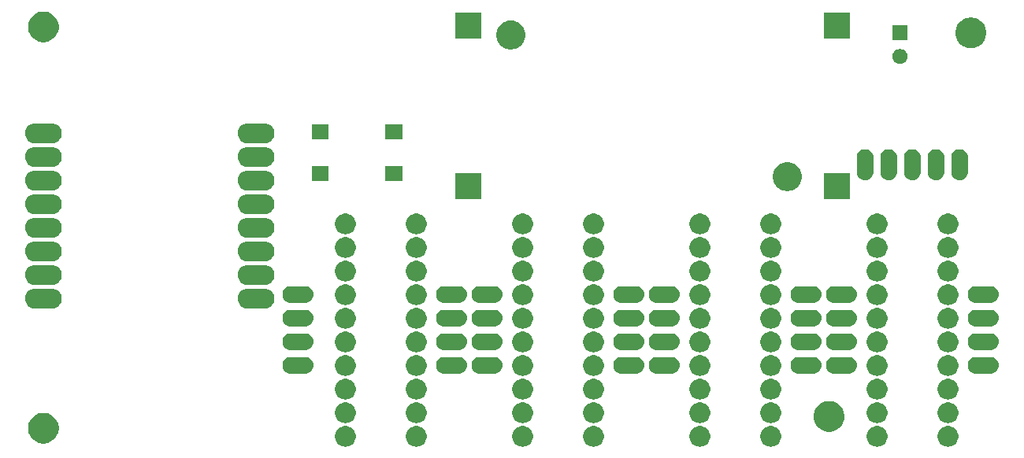
<source format=gbr>
G04 #@! TF.GenerationSoftware,KiCad,Pcbnew,(5.1.4)-1*
G04 #@! TF.CreationDate,2020-02-08T01:02:29+01:00*
G04 #@! TF.ProjectId,FlyballDisplay,466c7962-616c-46c4-9469-73706c61792e,rev?*
G04 #@! TF.SameCoordinates,Original*
G04 #@! TF.FileFunction,Soldermask,Top*
G04 #@! TF.FilePolarity,Negative*
%FSLAX46Y46*%
G04 Gerber Fmt 4.6, Leading zero omitted, Abs format (unit mm)*
G04 Created by KiCad (PCBNEW (5.1.4)-1) date 2020-02-08 01:02:29*
%MOMM*%
%LPD*%
G04 APERTURE LIST*
%ADD10C,0.100000*%
G04 APERTURE END LIST*
D10*
G36*
X131026900Y-126112112D02*
G01*
X131212092Y-126148948D01*
X131415482Y-126233195D01*
X131598529Y-126355503D01*
X131754197Y-126511171D01*
X131876505Y-126694218D01*
X131960752Y-126897608D01*
X132003700Y-127113526D01*
X132003700Y-127333674D01*
X131960752Y-127549592D01*
X131876505Y-127752982D01*
X131754197Y-127936029D01*
X131598529Y-128091697D01*
X131415482Y-128214005D01*
X131212092Y-128298252D01*
X131026900Y-128335088D01*
X130996175Y-128341200D01*
X130776025Y-128341200D01*
X130745300Y-128335088D01*
X130560108Y-128298252D01*
X130356718Y-128214005D01*
X130173671Y-128091697D01*
X130018003Y-127936029D01*
X129895695Y-127752982D01*
X129811448Y-127549592D01*
X129768500Y-127333674D01*
X129768500Y-127113526D01*
X129811448Y-126897608D01*
X129895695Y-126694218D01*
X130018003Y-126511171D01*
X130173671Y-126355503D01*
X130356718Y-126233195D01*
X130560108Y-126148948D01*
X130745300Y-126112112D01*
X130776025Y-126106000D01*
X130996175Y-126106000D01*
X131026900Y-126112112D01*
X131026900Y-126112112D01*
G37*
G36*
X188176900Y-126112112D02*
G01*
X188362092Y-126148948D01*
X188565482Y-126233195D01*
X188748529Y-126355503D01*
X188904197Y-126511171D01*
X189026505Y-126694218D01*
X189110752Y-126897608D01*
X189153700Y-127113526D01*
X189153700Y-127333674D01*
X189110752Y-127549592D01*
X189026505Y-127752982D01*
X188904197Y-127936029D01*
X188748529Y-128091697D01*
X188565482Y-128214005D01*
X188362092Y-128298252D01*
X188176900Y-128335088D01*
X188146175Y-128341200D01*
X187926025Y-128341200D01*
X187895300Y-128335088D01*
X187710108Y-128298252D01*
X187506718Y-128214005D01*
X187323671Y-128091697D01*
X187168003Y-127936029D01*
X187045695Y-127752982D01*
X186961448Y-127549592D01*
X186918500Y-127333674D01*
X186918500Y-127113526D01*
X186961448Y-126897608D01*
X187045695Y-126694218D01*
X187168003Y-126511171D01*
X187323671Y-126355503D01*
X187506718Y-126233195D01*
X187710108Y-126148948D01*
X187895300Y-126112112D01*
X187926025Y-126106000D01*
X188146175Y-126106000D01*
X188176900Y-126112112D01*
X188176900Y-126112112D01*
G37*
G36*
X169126900Y-126112112D02*
G01*
X169312092Y-126148948D01*
X169515482Y-126233195D01*
X169698529Y-126355503D01*
X169854197Y-126511171D01*
X169976505Y-126694218D01*
X170060752Y-126897608D01*
X170103700Y-127113526D01*
X170103700Y-127333674D01*
X170060752Y-127549592D01*
X169976505Y-127752982D01*
X169854197Y-127936029D01*
X169698529Y-128091697D01*
X169515482Y-128214005D01*
X169312092Y-128298252D01*
X169126900Y-128335088D01*
X169096175Y-128341200D01*
X168876025Y-128341200D01*
X168845300Y-128335088D01*
X168660108Y-128298252D01*
X168456718Y-128214005D01*
X168273671Y-128091697D01*
X168118003Y-127936029D01*
X167995695Y-127752982D01*
X167911448Y-127549592D01*
X167868500Y-127333674D01*
X167868500Y-127113526D01*
X167911448Y-126897608D01*
X167995695Y-126694218D01*
X168118003Y-126511171D01*
X168273671Y-126355503D01*
X168456718Y-126233195D01*
X168660108Y-126148948D01*
X168845300Y-126112112D01*
X168876025Y-126106000D01*
X169096175Y-126106000D01*
X169126900Y-126112112D01*
X169126900Y-126112112D01*
G37*
G36*
X176746900Y-126112112D02*
G01*
X176932092Y-126148948D01*
X177135482Y-126233195D01*
X177318529Y-126355503D01*
X177474197Y-126511171D01*
X177596505Y-126694218D01*
X177680752Y-126897608D01*
X177723700Y-127113526D01*
X177723700Y-127333674D01*
X177680752Y-127549592D01*
X177596505Y-127752982D01*
X177474197Y-127936029D01*
X177318529Y-128091697D01*
X177135482Y-128214005D01*
X176932092Y-128298252D01*
X176746900Y-128335088D01*
X176716175Y-128341200D01*
X176496025Y-128341200D01*
X176465300Y-128335088D01*
X176280108Y-128298252D01*
X176076718Y-128214005D01*
X175893671Y-128091697D01*
X175738003Y-127936029D01*
X175615695Y-127752982D01*
X175531448Y-127549592D01*
X175488500Y-127333674D01*
X175488500Y-127113526D01*
X175531448Y-126897608D01*
X175615695Y-126694218D01*
X175738003Y-126511171D01*
X175893671Y-126355503D01*
X176076718Y-126233195D01*
X176280108Y-126148948D01*
X176465300Y-126112112D01*
X176496025Y-126106000D01*
X176716175Y-126106000D01*
X176746900Y-126112112D01*
X176746900Y-126112112D01*
G37*
G36*
X150076900Y-126112112D02*
G01*
X150262092Y-126148948D01*
X150465482Y-126233195D01*
X150648529Y-126355503D01*
X150804197Y-126511171D01*
X150926505Y-126694218D01*
X151010752Y-126897608D01*
X151053700Y-127113526D01*
X151053700Y-127333674D01*
X151010752Y-127549592D01*
X150926505Y-127752982D01*
X150804197Y-127936029D01*
X150648529Y-128091697D01*
X150465482Y-128214005D01*
X150262092Y-128298252D01*
X150076900Y-128335088D01*
X150046175Y-128341200D01*
X149826025Y-128341200D01*
X149795300Y-128335088D01*
X149610108Y-128298252D01*
X149406718Y-128214005D01*
X149223671Y-128091697D01*
X149068003Y-127936029D01*
X148945695Y-127752982D01*
X148861448Y-127549592D01*
X148818500Y-127333674D01*
X148818500Y-127113526D01*
X148861448Y-126897608D01*
X148945695Y-126694218D01*
X149068003Y-126511171D01*
X149223671Y-126355503D01*
X149406718Y-126233195D01*
X149610108Y-126148948D01*
X149795300Y-126112112D01*
X149826025Y-126106000D01*
X150046175Y-126106000D01*
X150076900Y-126112112D01*
X150076900Y-126112112D01*
G37*
G36*
X157696900Y-126112112D02*
G01*
X157882092Y-126148948D01*
X158085482Y-126233195D01*
X158268529Y-126355503D01*
X158424197Y-126511171D01*
X158546505Y-126694218D01*
X158630752Y-126897608D01*
X158673700Y-127113526D01*
X158673700Y-127333674D01*
X158630752Y-127549592D01*
X158546505Y-127752982D01*
X158424197Y-127936029D01*
X158268529Y-128091697D01*
X158085482Y-128214005D01*
X157882092Y-128298252D01*
X157696900Y-128335088D01*
X157666175Y-128341200D01*
X157446025Y-128341200D01*
X157415300Y-128335088D01*
X157230108Y-128298252D01*
X157026718Y-128214005D01*
X156843671Y-128091697D01*
X156688003Y-127936029D01*
X156565695Y-127752982D01*
X156481448Y-127549592D01*
X156438500Y-127333674D01*
X156438500Y-127113526D01*
X156481448Y-126897608D01*
X156565695Y-126694218D01*
X156688003Y-126511171D01*
X156843671Y-126355503D01*
X157026718Y-126233195D01*
X157230108Y-126148948D01*
X157415300Y-126112112D01*
X157446025Y-126106000D01*
X157666175Y-126106000D01*
X157696900Y-126112112D01*
X157696900Y-126112112D01*
G37*
G36*
X195796900Y-126112112D02*
G01*
X195982092Y-126148948D01*
X196185482Y-126233195D01*
X196368529Y-126355503D01*
X196524197Y-126511171D01*
X196646505Y-126694218D01*
X196730752Y-126897608D01*
X196773700Y-127113526D01*
X196773700Y-127333674D01*
X196730752Y-127549592D01*
X196646505Y-127752982D01*
X196524197Y-127936029D01*
X196368529Y-128091697D01*
X196185482Y-128214005D01*
X195982092Y-128298252D01*
X195796900Y-128335088D01*
X195766175Y-128341200D01*
X195546025Y-128341200D01*
X195515300Y-128335088D01*
X195330108Y-128298252D01*
X195126718Y-128214005D01*
X194943671Y-128091697D01*
X194788003Y-127936029D01*
X194665695Y-127752982D01*
X194581448Y-127549592D01*
X194538500Y-127333674D01*
X194538500Y-127113526D01*
X194581448Y-126897608D01*
X194665695Y-126694218D01*
X194788003Y-126511171D01*
X194943671Y-126355503D01*
X195126718Y-126233195D01*
X195330108Y-126148948D01*
X195515300Y-126112112D01*
X195546025Y-126106000D01*
X195766175Y-126106000D01*
X195796900Y-126112112D01*
X195796900Y-126112112D01*
G37*
G36*
X138646900Y-126112112D02*
G01*
X138832092Y-126148948D01*
X139035482Y-126233195D01*
X139218529Y-126355503D01*
X139374197Y-126511171D01*
X139496505Y-126694218D01*
X139580752Y-126897608D01*
X139623700Y-127113526D01*
X139623700Y-127333674D01*
X139580752Y-127549592D01*
X139496505Y-127752982D01*
X139374197Y-127936029D01*
X139218529Y-128091697D01*
X139035482Y-128214005D01*
X138832092Y-128298252D01*
X138646900Y-128335088D01*
X138616175Y-128341200D01*
X138396025Y-128341200D01*
X138365300Y-128335088D01*
X138180108Y-128298252D01*
X137976718Y-128214005D01*
X137793671Y-128091697D01*
X137638003Y-127936029D01*
X137515695Y-127752982D01*
X137431448Y-127549592D01*
X137388500Y-127333674D01*
X137388500Y-127113526D01*
X137431448Y-126897608D01*
X137515695Y-126694218D01*
X137638003Y-126511171D01*
X137793671Y-126355503D01*
X137976718Y-126233195D01*
X138180108Y-126148948D01*
X138365300Y-126112112D01*
X138396025Y-126106000D01*
X138616175Y-126106000D01*
X138646900Y-126112112D01*
X138646900Y-126112112D01*
G37*
G36*
X98800256Y-124756298D02*
G01*
X98906579Y-124777447D01*
X99207042Y-124901903D01*
X99477451Y-125082585D01*
X99707415Y-125312549D01*
X99888097Y-125582958D01*
X100009911Y-125877042D01*
X100012553Y-125883422D01*
X100076000Y-126202389D01*
X100076000Y-126527611D01*
X100042859Y-126694220D01*
X100012553Y-126846579D01*
X99888097Y-127147042D01*
X99707415Y-127417451D01*
X99477451Y-127647415D01*
X99207042Y-127828097D01*
X98906579Y-127952553D01*
X98800256Y-127973702D01*
X98587611Y-128016000D01*
X98262389Y-128016000D01*
X98049744Y-127973702D01*
X97943421Y-127952553D01*
X97642958Y-127828097D01*
X97372549Y-127647415D01*
X97142585Y-127417451D01*
X96961903Y-127147042D01*
X96837447Y-126846579D01*
X96807141Y-126694220D01*
X96774000Y-126527611D01*
X96774000Y-126202389D01*
X96837447Y-125883422D01*
X96840090Y-125877042D01*
X96961903Y-125582958D01*
X97142585Y-125312549D01*
X97372549Y-125082585D01*
X97642958Y-124901903D01*
X97943421Y-124777447D01*
X98049744Y-124756298D01*
X98262389Y-124714000D01*
X98587611Y-124714000D01*
X98800256Y-124756298D01*
X98800256Y-124756298D01*
G37*
G36*
X183255256Y-123486298D02*
G01*
X183361579Y-123507447D01*
X183662042Y-123631903D01*
X183932451Y-123812585D01*
X184162415Y-124042549D01*
X184343097Y-124312958D01*
X184451028Y-124573525D01*
X184467553Y-124613422D01*
X184531000Y-124932389D01*
X184531000Y-125257611D01*
X184503467Y-125396026D01*
X184467553Y-125576579D01*
X184343097Y-125877042D01*
X184162415Y-126147451D01*
X183932451Y-126377415D01*
X183662042Y-126558097D01*
X183361579Y-126682553D01*
X183302935Y-126694218D01*
X183042611Y-126746000D01*
X182717389Y-126746000D01*
X182457065Y-126694218D01*
X182398421Y-126682553D01*
X182097958Y-126558097D01*
X181827549Y-126377415D01*
X181597585Y-126147451D01*
X181416903Y-125877042D01*
X181292447Y-125576579D01*
X181256533Y-125396026D01*
X181229000Y-125257611D01*
X181229000Y-124932389D01*
X181292447Y-124613422D01*
X181308973Y-124573525D01*
X181416903Y-124312958D01*
X181597585Y-124042549D01*
X181827549Y-123812585D01*
X182097958Y-123631903D01*
X182398421Y-123507447D01*
X182504744Y-123486298D01*
X182717389Y-123444000D01*
X183042611Y-123444000D01*
X183255256Y-123486298D01*
X183255256Y-123486298D01*
G37*
G36*
X157696900Y-123572112D02*
G01*
X157882092Y-123608948D01*
X158085482Y-123693195D01*
X158268529Y-123815503D01*
X158424197Y-123971171D01*
X158546505Y-124154218D01*
X158630752Y-124357608D01*
X158673700Y-124573526D01*
X158673700Y-124793674D01*
X158630752Y-125009592D01*
X158546505Y-125212982D01*
X158424197Y-125396029D01*
X158268529Y-125551697D01*
X158085482Y-125674005D01*
X157882092Y-125758252D01*
X157696900Y-125795088D01*
X157666175Y-125801200D01*
X157446025Y-125801200D01*
X157415300Y-125795088D01*
X157230108Y-125758252D01*
X157026718Y-125674005D01*
X156843671Y-125551697D01*
X156688003Y-125396029D01*
X156565695Y-125212982D01*
X156481448Y-125009592D01*
X156438500Y-124793674D01*
X156438500Y-124573526D01*
X156481448Y-124357608D01*
X156565695Y-124154218D01*
X156688003Y-123971171D01*
X156843671Y-123815503D01*
X157026718Y-123693195D01*
X157230108Y-123608948D01*
X157415300Y-123572112D01*
X157446025Y-123566000D01*
X157666175Y-123566000D01*
X157696900Y-123572112D01*
X157696900Y-123572112D01*
G37*
G36*
X138646900Y-123572112D02*
G01*
X138832092Y-123608948D01*
X139035482Y-123693195D01*
X139218529Y-123815503D01*
X139374197Y-123971171D01*
X139496505Y-124154218D01*
X139580752Y-124357608D01*
X139623700Y-124573526D01*
X139623700Y-124793674D01*
X139580752Y-125009592D01*
X139496505Y-125212982D01*
X139374197Y-125396029D01*
X139218529Y-125551697D01*
X139035482Y-125674005D01*
X138832092Y-125758252D01*
X138646900Y-125795088D01*
X138616175Y-125801200D01*
X138396025Y-125801200D01*
X138365300Y-125795088D01*
X138180108Y-125758252D01*
X137976718Y-125674005D01*
X137793671Y-125551697D01*
X137638003Y-125396029D01*
X137515695Y-125212982D01*
X137431448Y-125009592D01*
X137388500Y-124793674D01*
X137388500Y-124573526D01*
X137431448Y-124357608D01*
X137515695Y-124154218D01*
X137638003Y-123971171D01*
X137793671Y-123815503D01*
X137976718Y-123693195D01*
X138180108Y-123608948D01*
X138365300Y-123572112D01*
X138396025Y-123566000D01*
X138616175Y-123566000D01*
X138646900Y-123572112D01*
X138646900Y-123572112D01*
G37*
G36*
X188176900Y-123572112D02*
G01*
X188362092Y-123608948D01*
X188565482Y-123693195D01*
X188748529Y-123815503D01*
X188904197Y-123971171D01*
X189026505Y-124154218D01*
X189110752Y-124357608D01*
X189153700Y-124573526D01*
X189153700Y-124793674D01*
X189110752Y-125009592D01*
X189026505Y-125212982D01*
X188904197Y-125396029D01*
X188748529Y-125551697D01*
X188565482Y-125674005D01*
X188362092Y-125758252D01*
X188176900Y-125795088D01*
X188146175Y-125801200D01*
X187926025Y-125801200D01*
X187895300Y-125795088D01*
X187710108Y-125758252D01*
X187506718Y-125674005D01*
X187323671Y-125551697D01*
X187168003Y-125396029D01*
X187045695Y-125212982D01*
X186961448Y-125009592D01*
X186918500Y-124793674D01*
X186918500Y-124573526D01*
X186961448Y-124357608D01*
X187045695Y-124154218D01*
X187168003Y-123971171D01*
X187323671Y-123815503D01*
X187506718Y-123693195D01*
X187710108Y-123608948D01*
X187895300Y-123572112D01*
X187926025Y-123566000D01*
X188146175Y-123566000D01*
X188176900Y-123572112D01*
X188176900Y-123572112D01*
G37*
G36*
X195796900Y-123572112D02*
G01*
X195982092Y-123608948D01*
X196185482Y-123693195D01*
X196368529Y-123815503D01*
X196524197Y-123971171D01*
X196646505Y-124154218D01*
X196730752Y-124357608D01*
X196773700Y-124573526D01*
X196773700Y-124793674D01*
X196730752Y-125009592D01*
X196646505Y-125212982D01*
X196524197Y-125396029D01*
X196368529Y-125551697D01*
X196185482Y-125674005D01*
X195982092Y-125758252D01*
X195796900Y-125795088D01*
X195766175Y-125801200D01*
X195546025Y-125801200D01*
X195515300Y-125795088D01*
X195330108Y-125758252D01*
X195126718Y-125674005D01*
X194943671Y-125551697D01*
X194788003Y-125396029D01*
X194665695Y-125212982D01*
X194581448Y-125009592D01*
X194538500Y-124793674D01*
X194538500Y-124573526D01*
X194581448Y-124357608D01*
X194665695Y-124154218D01*
X194788003Y-123971171D01*
X194943671Y-123815503D01*
X195126718Y-123693195D01*
X195330108Y-123608948D01*
X195515300Y-123572112D01*
X195546025Y-123566000D01*
X195766175Y-123566000D01*
X195796900Y-123572112D01*
X195796900Y-123572112D01*
G37*
G36*
X131026900Y-123572112D02*
G01*
X131212092Y-123608948D01*
X131415482Y-123693195D01*
X131598529Y-123815503D01*
X131754197Y-123971171D01*
X131876505Y-124154218D01*
X131960752Y-124357608D01*
X132003700Y-124573526D01*
X132003700Y-124793674D01*
X131960752Y-125009592D01*
X131876505Y-125212982D01*
X131754197Y-125396029D01*
X131598529Y-125551697D01*
X131415482Y-125674005D01*
X131212092Y-125758252D01*
X131026900Y-125795088D01*
X130996175Y-125801200D01*
X130776025Y-125801200D01*
X130745300Y-125795088D01*
X130560108Y-125758252D01*
X130356718Y-125674005D01*
X130173671Y-125551697D01*
X130018003Y-125396029D01*
X129895695Y-125212982D01*
X129811448Y-125009592D01*
X129768500Y-124793674D01*
X129768500Y-124573526D01*
X129811448Y-124357608D01*
X129895695Y-124154218D01*
X130018003Y-123971171D01*
X130173671Y-123815503D01*
X130356718Y-123693195D01*
X130560108Y-123608948D01*
X130745300Y-123572112D01*
X130776025Y-123566000D01*
X130996175Y-123566000D01*
X131026900Y-123572112D01*
X131026900Y-123572112D01*
G37*
G36*
X150076900Y-123572112D02*
G01*
X150262092Y-123608948D01*
X150465482Y-123693195D01*
X150648529Y-123815503D01*
X150804197Y-123971171D01*
X150926505Y-124154218D01*
X151010752Y-124357608D01*
X151053700Y-124573526D01*
X151053700Y-124793674D01*
X151010752Y-125009592D01*
X150926505Y-125212982D01*
X150804197Y-125396029D01*
X150648529Y-125551697D01*
X150465482Y-125674005D01*
X150262092Y-125758252D01*
X150076900Y-125795088D01*
X150046175Y-125801200D01*
X149826025Y-125801200D01*
X149795300Y-125795088D01*
X149610108Y-125758252D01*
X149406718Y-125674005D01*
X149223671Y-125551697D01*
X149068003Y-125396029D01*
X148945695Y-125212982D01*
X148861448Y-125009592D01*
X148818500Y-124793674D01*
X148818500Y-124573526D01*
X148861448Y-124357608D01*
X148945695Y-124154218D01*
X149068003Y-123971171D01*
X149223671Y-123815503D01*
X149406718Y-123693195D01*
X149610108Y-123608948D01*
X149795300Y-123572112D01*
X149826025Y-123566000D01*
X150046175Y-123566000D01*
X150076900Y-123572112D01*
X150076900Y-123572112D01*
G37*
G36*
X176746900Y-123572112D02*
G01*
X176932092Y-123608948D01*
X177135482Y-123693195D01*
X177318529Y-123815503D01*
X177474197Y-123971171D01*
X177596505Y-124154218D01*
X177680752Y-124357608D01*
X177723700Y-124573526D01*
X177723700Y-124793674D01*
X177680752Y-125009592D01*
X177596505Y-125212982D01*
X177474197Y-125396029D01*
X177318529Y-125551697D01*
X177135482Y-125674005D01*
X176932092Y-125758252D01*
X176746900Y-125795088D01*
X176716175Y-125801200D01*
X176496025Y-125801200D01*
X176465300Y-125795088D01*
X176280108Y-125758252D01*
X176076718Y-125674005D01*
X175893671Y-125551697D01*
X175738003Y-125396029D01*
X175615695Y-125212982D01*
X175531448Y-125009592D01*
X175488500Y-124793674D01*
X175488500Y-124573526D01*
X175531448Y-124357608D01*
X175615695Y-124154218D01*
X175738003Y-123971171D01*
X175893671Y-123815503D01*
X176076718Y-123693195D01*
X176280108Y-123608948D01*
X176465300Y-123572112D01*
X176496025Y-123566000D01*
X176716175Y-123566000D01*
X176746900Y-123572112D01*
X176746900Y-123572112D01*
G37*
G36*
X169126900Y-123572112D02*
G01*
X169312092Y-123608948D01*
X169515482Y-123693195D01*
X169698529Y-123815503D01*
X169854197Y-123971171D01*
X169976505Y-124154218D01*
X170060752Y-124357608D01*
X170103700Y-124573526D01*
X170103700Y-124793674D01*
X170060752Y-125009592D01*
X169976505Y-125212982D01*
X169854197Y-125396029D01*
X169698529Y-125551697D01*
X169515482Y-125674005D01*
X169312092Y-125758252D01*
X169126900Y-125795088D01*
X169096175Y-125801200D01*
X168876025Y-125801200D01*
X168845300Y-125795088D01*
X168660108Y-125758252D01*
X168456718Y-125674005D01*
X168273671Y-125551697D01*
X168118003Y-125396029D01*
X167995695Y-125212982D01*
X167911448Y-125009592D01*
X167868500Y-124793674D01*
X167868500Y-124573526D01*
X167911448Y-124357608D01*
X167995695Y-124154218D01*
X168118003Y-123971171D01*
X168273671Y-123815503D01*
X168456718Y-123693195D01*
X168660108Y-123608948D01*
X168845300Y-123572112D01*
X168876025Y-123566000D01*
X169096175Y-123566000D01*
X169126900Y-123572112D01*
X169126900Y-123572112D01*
G37*
G36*
X176746900Y-121032112D02*
G01*
X176932092Y-121068948D01*
X177135482Y-121153195D01*
X177318529Y-121275503D01*
X177474197Y-121431171D01*
X177596505Y-121614218D01*
X177680752Y-121817608D01*
X177723700Y-122033526D01*
X177723700Y-122253674D01*
X177680752Y-122469592D01*
X177596505Y-122672982D01*
X177474197Y-122856029D01*
X177318529Y-123011697D01*
X177135482Y-123134005D01*
X176932092Y-123218252D01*
X176746900Y-123255088D01*
X176716175Y-123261200D01*
X176496025Y-123261200D01*
X176465300Y-123255088D01*
X176280108Y-123218252D01*
X176076718Y-123134005D01*
X175893671Y-123011697D01*
X175738003Y-122856029D01*
X175615695Y-122672982D01*
X175531448Y-122469592D01*
X175488500Y-122253674D01*
X175488500Y-122033526D01*
X175531448Y-121817608D01*
X175615695Y-121614218D01*
X175738003Y-121431171D01*
X175893671Y-121275503D01*
X176076718Y-121153195D01*
X176280108Y-121068948D01*
X176465300Y-121032112D01*
X176496025Y-121026000D01*
X176716175Y-121026000D01*
X176746900Y-121032112D01*
X176746900Y-121032112D01*
G37*
G36*
X131026900Y-121032112D02*
G01*
X131212092Y-121068948D01*
X131415482Y-121153195D01*
X131598529Y-121275503D01*
X131754197Y-121431171D01*
X131876505Y-121614218D01*
X131960752Y-121817608D01*
X132003700Y-122033526D01*
X132003700Y-122253674D01*
X131960752Y-122469592D01*
X131876505Y-122672982D01*
X131754197Y-122856029D01*
X131598529Y-123011697D01*
X131415482Y-123134005D01*
X131212092Y-123218252D01*
X131026900Y-123255088D01*
X130996175Y-123261200D01*
X130776025Y-123261200D01*
X130745300Y-123255088D01*
X130560108Y-123218252D01*
X130356718Y-123134005D01*
X130173671Y-123011697D01*
X130018003Y-122856029D01*
X129895695Y-122672982D01*
X129811448Y-122469592D01*
X129768500Y-122253674D01*
X129768500Y-122033526D01*
X129811448Y-121817608D01*
X129895695Y-121614218D01*
X130018003Y-121431171D01*
X130173671Y-121275503D01*
X130356718Y-121153195D01*
X130560108Y-121068948D01*
X130745300Y-121032112D01*
X130776025Y-121026000D01*
X130996175Y-121026000D01*
X131026900Y-121032112D01*
X131026900Y-121032112D01*
G37*
G36*
X138646900Y-121032112D02*
G01*
X138832092Y-121068948D01*
X139035482Y-121153195D01*
X139218529Y-121275503D01*
X139374197Y-121431171D01*
X139496505Y-121614218D01*
X139580752Y-121817608D01*
X139623700Y-122033526D01*
X139623700Y-122253674D01*
X139580752Y-122469592D01*
X139496505Y-122672982D01*
X139374197Y-122856029D01*
X139218529Y-123011697D01*
X139035482Y-123134005D01*
X138832092Y-123218252D01*
X138646900Y-123255088D01*
X138616175Y-123261200D01*
X138396025Y-123261200D01*
X138365300Y-123255088D01*
X138180108Y-123218252D01*
X137976718Y-123134005D01*
X137793671Y-123011697D01*
X137638003Y-122856029D01*
X137515695Y-122672982D01*
X137431448Y-122469592D01*
X137388500Y-122253674D01*
X137388500Y-122033526D01*
X137431448Y-121817608D01*
X137515695Y-121614218D01*
X137638003Y-121431171D01*
X137793671Y-121275503D01*
X137976718Y-121153195D01*
X138180108Y-121068948D01*
X138365300Y-121032112D01*
X138396025Y-121026000D01*
X138616175Y-121026000D01*
X138646900Y-121032112D01*
X138646900Y-121032112D01*
G37*
G36*
X157696900Y-121032112D02*
G01*
X157882092Y-121068948D01*
X158085482Y-121153195D01*
X158268529Y-121275503D01*
X158424197Y-121431171D01*
X158546505Y-121614218D01*
X158630752Y-121817608D01*
X158673700Y-122033526D01*
X158673700Y-122253674D01*
X158630752Y-122469592D01*
X158546505Y-122672982D01*
X158424197Y-122856029D01*
X158268529Y-123011697D01*
X158085482Y-123134005D01*
X157882092Y-123218252D01*
X157696900Y-123255088D01*
X157666175Y-123261200D01*
X157446025Y-123261200D01*
X157415300Y-123255088D01*
X157230108Y-123218252D01*
X157026718Y-123134005D01*
X156843671Y-123011697D01*
X156688003Y-122856029D01*
X156565695Y-122672982D01*
X156481448Y-122469592D01*
X156438500Y-122253674D01*
X156438500Y-122033526D01*
X156481448Y-121817608D01*
X156565695Y-121614218D01*
X156688003Y-121431171D01*
X156843671Y-121275503D01*
X157026718Y-121153195D01*
X157230108Y-121068948D01*
X157415300Y-121032112D01*
X157446025Y-121026000D01*
X157666175Y-121026000D01*
X157696900Y-121032112D01*
X157696900Y-121032112D01*
G37*
G36*
X150076900Y-121032112D02*
G01*
X150262092Y-121068948D01*
X150465482Y-121153195D01*
X150648529Y-121275503D01*
X150804197Y-121431171D01*
X150926505Y-121614218D01*
X151010752Y-121817608D01*
X151053700Y-122033526D01*
X151053700Y-122253674D01*
X151010752Y-122469592D01*
X150926505Y-122672982D01*
X150804197Y-122856029D01*
X150648529Y-123011697D01*
X150465482Y-123134005D01*
X150262092Y-123218252D01*
X150076900Y-123255088D01*
X150046175Y-123261200D01*
X149826025Y-123261200D01*
X149795300Y-123255088D01*
X149610108Y-123218252D01*
X149406718Y-123134005D01*
X149223671Y-123011697D01*
X149068003Y-122856029D01*
X148945695Y-122672982D01*
X148861448Y-122469592D01*
X148818500Y-122253674D01*
X148818500Y-122033526D01*
X148861448Y-121817608D01*
X148945695Y-121614218D01*
X149068003Y-121431171D01*
X149223671Y-121275503D01*
X149406718Y-121153195D01*
X149610108Y-121068948D01*
X149795300Y-121032112D01*
X149826025Y-121026000D01*
X150046175Y-121026000D01*
X150076900Y-121032112D01*
X150076900Y-121032112D01*
G37*
G36*
X169126900Y-121032112D02*
G01*
X169312092Y-121068948D01*
X169515482Y-121153195D01*
X169698529Y-121275503D01*
X169854197Y-121431171D01*
X169976505Y-121614218D01*
X170060752Y-121817608D01*
X170103700Y-122033526D01*
X170103700Y-122253674D01*
X170060752Y-122469592D01*
X169976505Y-122672982D01*
X169854197Y-122856029D01*
X169698529Y-123011697D01*
X169515482Y-123134005D01*
X169312092Y-123218252D01*
X169126900Y-123255088D01*
X169096175Y-123261200D01*
X168876025Y-123261200D01*
X168845300Y-123255088D01*
X168660108Y-123218252D01*
X168456718Y-123134005D01*
X168273671Y-123011697D01*
X168118003Y-122856029D01*
X167995695Y-122672982D01*
X167911448Y-122469592D01*
X167868500Y-122253674D01*
X167868500Y-122033526D01*
X167911448Y-121817608D01*
X167995695Y-121614218D01*
X168118003Y-121431171D01*
X168273671Y-121275503D01*
X168456718Y-121153195D01*
X168660108Y-121068948D01*
X168845300Y-121032112D01*
X168876025Y-121026000D01*
X169096175Y-121026000D01*
X169126900Y-121032112D01*
X169126900Y-121032112D01*
G37*
G36*
X188176900Y-121032112D02*
G01*
X188362092Y-121068948D01*
X188565482Y-121153195D01*
X188748529Y-121275503D01*
X188904197Y-121431171D01*
X189026505Y-121614218D01*
X189110752Y-121817608D01*
X189153700Y-122033526D01*
X189153700Y-122253674D01*
X189110752Y-122469592D01*
X189026505Y-122672982D01*
X188904197Y-122856029D01*
X188748529Y-123011697D01*
X188565482Y-123134005D01*
X188362092Y-123218252D01*
X188176900Y-123255088D01*
X188146175Y-123261200D01*
X187926025Y-123261200D01*
X187895300Y-123255088D01*
X187710108Y-123218252D01*
X187506718Y-123134005D01*
X187323671Y-123011697D01*
X187168003Y-122856029D01*
X187045695Y-122672982D01*
X186961448Y-122469592D01*
X186918500Y-122253674D01*
X186918500Y-122033526D01*
X186961448Y-121817608D01*
X187045695Y-121614218D01*
X187168003Y-121431171D01*
X187323671Y-121275503D01*
X187506718Y-121153195D01*
X187710108Y-121068948D01*
X187895300Y-121032112D01*
X187926025Y-121026000D01*
X188146175Y-121026000D01*
X188176900Y-121032112D01*
X188176900Y-121032112D01*
G37*
G36*
X195796900Y-121032112D02*
G01*
X195982092Y-121068948D01*
X196185482Y-121153195D01*
X196368529Y-121275503D01*
X196524197Y-121431171D01*
X196646505Y-121614218D01*
X196730752Y-121817608D01*
X196773700Y-122033526D01*
X196773700Y-122253674D01*
X196730752Y-122469592D01*
X196646505Y-122672982D01*
X196524197Y-122856029D01*
X196368529Y-123011697D01*
X196185482Y-123134005D01*
X195982092Y-123218252D01*
X195796900Y-123255088D01*
X195766175Y-123261200D01*
X195546025Y-123261200D01*
X195515300Y-123255088D01*
X195330108Y-123218252D01*
X195126718Y-123134005D01*
X194943671Y-123011697D01*
X194788003Y-122856029D01*
X194665695Y-122672982D01*
X194581448Y-122469592D01*
X194538500Y-122253674D01*
X194538500Y-122033526D01*
X194581448Y-121817608D01*
X194665695Y-121614218D01*
X194788003Y-121431171D01*
X194943671Y-121275503D01*
X195126718Y-121153195D01*
X195330108Y-121068948D01*
X195515300Y-121032112D01*
X195546025Y-121026000D01*
X195766175Y-121026000D01*
X195796900Y-121032112D01*
X195796900Y-121032112D01*
G37*
G36*
X169126900Y-118492112D02*
G01*
X169312092Y-118528948D01*
X169515482Y-118613195D01*
X169698529Y-118735503D01*
X169854197Y-118891171D01*
X169976505Y-119074218D01*
X170060752Y-119277608D01*
X170103700Y-119493526D01*
X170103700Y-119713674D01*
X170060752Y-119929592D01*
X169976505Y-120132982D01*
X169854197Y-120316029D01*
X169698529Y-120471697D01*
X169515482Y-120594005D01*
X169312092Y-120678252D01*
X169126900Y-120715088D01*
X169096175Y-120721200D01*
X168876025Y-120721200D01*
X168845300Y-120715088D01*
X168660108Y-120678252D01*
X168456718Y-120594005D01*
X168273671Y-120471697D01*
X168118003Y-120316029D01*
X167995695Y-120132982D01*
X167911448Y-119929592D01*
X167868500Y-119713674D01*
X167868500Y-119493526D01*
X167911448Y-119277608D01*
X167995695Y-119074218D01*
X168118003Y-118891171D01*
X168273671Y-118735503D01*
X168456718Y-118613195D01*
X168660108Y-118528948D01*
X168845300Y-118492112D01*
X168876025Y-118486000D01*
X169096175Y-118486000D01*
X169126900Y-118492112D01*
X169126900Y-118492112D01*
G37*
G36*
X157696900Y-118492112D02*
G01*
X157882092Y-118528948D01*
X158085482Y-118613195D01*
X158268529Y-118735503D01*
X158424197Y-118891171D01*
X158546505Y-119074218D01*
X158630752Y-119277608D01*
X158673700Y-119493526D01*
X158673700Y-119713674D01*
X158630752Y-119929592D01*
X158546505Y-120132982D01*
X158424197Y-120316029D01*
X158268529Y-120471697D01*
X158085482Y-120594005D01*
X157882092Y-120678252D01*
X157696900Y-120715088D01*
X157666175Y-120721200D01*
X157446025Y-120721200D01*
X157415300Y-120715088D01*
X157230108Y-120678252D01*
X157026718Y-120594005D01*
X156843671Y-120471697D01*
X156688003Y-120316029D01*
X156565695Y-120132982D01*
X156481448Y-119929592D01*
X156438500Y-119713674D01*
X156438500Y-119493526D01*
X156481448Y-119277608D01*
X156565695Y-119074218D01*
X156688003Y-118891171D01*
X156843671Y-118735503D01*
X157026718Y-118613195D01*
X157230108Y-118528948D01*
X157415300Y-118492112D01*
X157446025Y-118486000D01*
X157666175Y-118486000D01*
X157696900Y-118492112D01*
X157696900Y-118492112D01*
G37*
G36*
X150076900Y-118492112D02*
G01*
X150262092Y-118528948D01*
X150465482Y-118613195D01*
X150648529Y-118735503D01*
X150804197Y-118891171D01*
X150926505Y-119074218D01*
X151010752Y-119277608D01*
X151053700Y-119493526D01*
X151053700Y-119713674D01*
X151010752Y-119929592D01*
X150926505Y-120132982D01*
X150804197Y-120316029D01*
X150648529Y-120471697D01*
X150465482Y-120594005D01*
X150262092Y-120678252D01*
X150076900Y-120715088D01*
X150046175Y-120721200D01*
X149826025Y-120721200D01*
X149795300Y-120715088D01*
X149610108Y-120678252D01*
X149406718Y-120594005D01*
X149223671Y-120471697D01*
X149068003Y-120316029D01*
X148945695Y-120132982D01*
X148861448Y-119929592D01*
X148818500Y-119713674D01*
X148818500Y-119493526D01*
X148861448Y-119277608D01*
X148945695Y-119074218D01*
X149068003Y-118891171D01*
X149223671Y-118735503D01*
X149406718Y-118613195D01*
X149610108Y-118528948D01*
X149795300Y-118492112D01*
X149826025Y-118486000D01*
X150046175Y-118486000D01*
X150076900Y-118492112D01*
X150076900Y-118492112D01*
G37*
G36*
X138646900Y-118492112D02*
G01*
X138832092Y-118528948D01*
X139035482Y-118613195D01*
X139218529Y-118735503D01*
X139374197Y-118891171D01*
X139496505Y-119074218D01*
X139580752Y-119277608D01*
X139623700Y-119493526D01*
X139623700Y-119713674D01*
X139580752Y-119929592D01*
X139496505Y-120132982D01*
X139374197Y-120316029D01*
X139218529Y-120471697D01*
X139035482Y-120594005D01*
X138832092Y-120678252D01*
X138646900Y-120715088D01*
X138616175Y-120721200D01*
X138396025Y-120721200D01*
X138365300Y-120715088D01*
X138180108Y-120678252D01*
X137976718Y-120594005D01*
X137793671Y-120471697D01*
X137638003Y-120316029D01*
X137515695Y-120132982D01*
X137431448Y-119929592D01*
X137388500Y-119713674D01*
X137388500Y-119493526D01*
X137431448Y-119277608D01*
X137515695Y-119074218D01*
X137638003Y-118891171D01*
X137793671Y-118735503D01*
X137976718Y-118613195D01*
X138180108Y-118528948D01*
X138365300Y-118492112D01*
X138396025Y-118486000D01*
X138616175Y-118486000D01*
X138646900Y-118492112D01*
X138646900Y-118492112D01*
G37*
G36*
X131026900Y-118492112D02*
G01*
X131212092Y-118528948D01*
X131415482Y-118613195D01*
X131598529Y-118735503D01*
X131754197Y-118891171D01*
X131876505Y-119074218D01*
X131960752Y-119277608D01*
X132003700Y-119493526D01*
X132003700Y-119713674D01*
X131960752Y-119929592D01*
X131876505Y-120132982D01*
X131754197Y-120316029D01*
X131598529Y-120471697D01*
X131415482Y-120594005D01*
X131212092Y-120678252D01*
X131026900Y-120715088D01*
X130996175Y-120721200D01*
X130776025Y-120721200D01*
X130745300Y-120715088D01*
X130560108Y-120678252D01*
X130356718Y-120594005D01*
X130173671Y-120471697D01*
X130018003Y-120316029D01*
X129895695Y-120132982D01*
X129811448Y-119929592D01*
X129768500Y-119713674D01*
X129768500Y-119493526D01*
X129811448Y-119277608D01*
X129895695Y-119074218D01*
X130018003Y-118891171D01*
X130173671Y-118735503D01*
X130356718Y-118613195D01*
X130560108Y-118528948D01*
X130745300Y-118492112D01*
X130776025Y-118486000D01*
X130996175Y-118486000D01*
X131026900Y-118492112D01*
X131026900Y-118492112D01*
G37*
G36*
X195796900Y-118492112D02*
G01*
X195982092Y-118528948D01*
X196185482Y-118613195D01*
X196368529Y-118735503D01*
X196524197Y-118891171D01*
X196646505Y-119074218D01*
X196730752Y-119277608D01*
X196773700Y-119493526D01*
X196773700Y-119713674D01*
X196730752Y-119929592D01*
X196646505Y-120132982D01*
X196524197Y-120316029D01*
X196368529Y-120471697D01*
X196185482Y-120594005D01*
X195982092Y-120678252D01*
X195796900Y-120715088D01*
X195766175Y-120721200D01*
X195546025Y-120721200D01*
X195515300Y-120715088D01*
X195330108Y-120678252D01*
X195126718Y-120594005D01*
X194943671Y-120471697D01*
X194788003Y-120316029D01*
X194665695Y-120132982D01*
X194581448Y-119929592D01*
X194538500Y-119713674D01*
X194538500Y-119493526D01*
X194581448Y-119277608D01*
X194665695Y-119074218D01*
X194788003Y-118891171D01*
X194943671Y-118735503D01*
X195126718Y-118613195D01*
X195330108Y-118528948D01*
X195515300Y-118492112D01*
X195546025Y-118486000D01*
X195766175Y-118486000D01*
X195796900Y-118492112D01*
X195796900Y-118492112D01*
G37*
G36*
X176746900Y-118492112D02*
G01*
X176932092Y-118528948D01*
X177135482Y-118613195D01*
X177318529Y-118735503D01*
X177474197Y-118891171D01*
X177596505Y-119074218D01*
X177680752Y-119277608D01*
X177723700Y-119493526D01*
X177723700Y-119713674D01*
X177680752Y-119929592D01*
X177596505Y-120132982D01*
X177474197Y-120316029D01*
X177318529Y-120471697D01*
X177135482Y-120594005D01*
X176932092Y-120678252D01*
X176746900Y-120715088D01*
X176716175Y-120721200D01*
X176496025Y-120721200D01*
X176465300Y-120715088D01*
X176280108Y-120678252D01*
X176076718Y-120594005D01*
X175893671Y-120471697D01*
X175738003Y-120316029D01*
X175615695Y-120132982D01*
X175531448Y-119929592D01*
X175488500Y-119713674D01*
X175488500Y-119493526D01*
X175531448Y-119277608D01*
X175615695Y-119074218D01*
X175738003Y-118891171D01*
X175893671Y-118735503D01*
X176076718Y-118613195D01*
X176280108Y-118528948D01*
X176465300Y-118492112D01*
X176496025Y-118486000D01*
X176716175Y-118486000D01*
X176746900Y-118492112D01*
X176746900Y-118492112D01*
G37*
G36*
X188176900Y-118492112D02*
G01*
X188362092Y-118528948D01*
X188565482Y-118613195D01*
X188748529Y-118735503D01*
X188904197Y-118891171D01*
X189026505Y-119074218D01*
X189110752Y-119277608D01*
X189153700Y-119493526D01*
X189153700Y-119713674D01*
X189110752Y-119929592D01*
X189026505Y-120132982D01*
X188904197Y-120316029D01*
X188748529Y-120471697D01*
X188565482Y-120594005D01*
X188362092Y-120678252D01*
X188176900Y-120715088D01*
X188146175Y-120721200D01*
X187926025Y-120721200D01*
X187895300Y-120715088D01*
X187710108Y-120678252D01*
X187506718Y-120594005D01*
X187323671Y-120471697D01*
X187168003Y-120316029D01*
X187045695Y-120132982D01*
X186961448Y-119929592D01*
X186918500Y-119713674D01*
X186918500Y-119493526D01*
X186961448Y-119277608D01*
X187045695Y-119074218D01*
X187168003Y-118891171D01*
X187323671Y-118735503D01*
X187506718Y-118613195D01*
X187710108Y-118528948D01*
X187895300Y-118492112D01*
X187926025Y-118486000D01*
X188146175Y-118486000D01*
X188176900Y-118492112D01*
X188176900Y-118492112D01*
G37*
G36*
X185162570Y-118706373D02*
G01*
X185334181Y-118758430D01*
X185492338Y-118842967D01*
X185630965Y-118956735D01*
X185744733Y-119095362D01*
X185829270Y-119253519D01*
X185881327Y-119425130D01*
X185898905Y-119603600D01*
X185881327Y-119782070D01*
X185829270Y-119953681D01*
X185744733Y-120111838D01*
X185630965Y-120250465D01*
X185492338Y-120364233D01*
X185334181Y-120448770D01*
X185162570Y-120500827D01*
X185028824Y-120514000D01*
X183423376Y-120514000D01*
X183289630Y-120500827D01*
X183118019Y-120448770D01*
X182959862Y-120364233D01*
X182821235Y-120250465D01*
X182707467Y-120111838D01*
X182622930Y-119953681D01*
X182570873Y-119782070D01*
X182553295Y-119603600D01*
X182570873Y-119425130D01*
X182622930Y-119253519D01*
X182707467Y-119095362D01*
X182821235Y-118956735D01*
X182959862Y-118842967D01*
X183118019Y-118758430D01*
X183289630Y-118706373D01*
X183423376Y-118693200D01*
X185028824Y-118693200D01*
X185162570Y-118706373D01*
X185162570Y-118706373D01*
G37*
G36*
X126742570Y-118706373D02*
G01*
X126914181Y-118758430D01*
X127072338Y-118842967D01*
X127210965Y-118956735D01*
X127324733Y-119095362D01*
X127409270Y-119253519D01*
X127461327Y-119425130D01*
X127478905Y-119603600D01*
X127461327Y-119782070D01*
X127409270Y-119953681D01*
X127324733Y-120111838D01*
X127210965Y-120250465D01*
X127072338Y-120364233D01*
X126914181Y-120448770D01*
X126742570Y-120500827D01*
X126608824Y-120514000D01*
X125003376Y-120514000D01*
X124869630Y-120500827D01*
X124698019Y-120448770D01*
X124539862Y-120364233D01*
X124401235Y-120250465D01*
X124287467Y-120111838D01*
X124202930Y-119953681D01*
X124150873Y-119782070D01*
X124133295Y-119603600D01*
X124150873Y-119425130D01*
X124202930Y-119253519D01*
X124287467Y-119095362D01*
X124401235Y-118956735D01*
X124539862Y-118842967D01*
X124698019Y-118758430D01*
X124869630Y-118706373D01*
X125003376Y-118693200D01*
X126608824Y-118693200D01*
X126742570Y-118706373D01*
X126742570Y-118706373D01*
G37*
G36*
X147062570Y-118706373D02*
G01*
X147234181Y-118758430D01*
X147392338Y-118842967D01*
X147530965Y-118956735D01*
X147644733Y-119095362D01*
X147729270Y-119253519D01*
X147781327Y-119425130D01*
X147798905Y-119603600D01*
X147781327Y-119782070D01*
X147729270Y-119953681D01*
X147644733Y-120111838D01*
X147530965Y-120250465D01*
X147392338Y-120364233D01*
X147234181Y-120448770D01*
X147062570Y-120500827D01*
X146928824Y-120514000D01*
X145323376Y-120514000D01*
X145189630Y-120500827D01*
X145018019Y-120448770D01*
X144859862Y-120364233D01*
X144721235Y-120250465D01*
X144607467Y-120111838D01*
X144522930Y-119953681D01*
X144470873Y-119782070D01*
X144453295Y-119603600D01*
X144470873Y-119425130D01*
X144522930Y-119253519D01*
X144607467Y-119095362D01*
X144721235Y-118956735D01*
X144859862Y-118842967D01*
X145018019Y-118758430D01*
X145189630Y-118706373D01*
X145323376Y-118693200D01*
X146928824Y-118693200D01*
X147062570Y-118706373D01*
X147062570Y-118706373D01*
G37*
G36*
X166112570Y-118706373D02*
G01*
X166284181Y-118758430D01*
X166442338Y-118842967D01*
X166580965Y-118956735D01*
X166694733Y-119095362D01*
X166779270Y-119253519D01*
X166831327Y-119425130D01*
X166848905Y-119603600D01*
X166831327Y-119782070D01*
X166779270Y-119953681D01*
X166694733Y-120111838D01*
X166580965Y-120250465D01*
X166442338Y-120364233D01*
X166284181Y-120448770D01*
X166112570Y-120500827D01*
X165978824Y-120514000D01*
X164373376Y-120514000D01*
X164239630Y-120500827D01*
X164068019Y-120448770D01*
X163909862Y-120364233D01*
X163771235Y-120250465D01*
X163657467Y-120111838D01*
X163572930Y-119953681D01*
X163520873Y-119782070D01*
X163503295Y-119603600D01*
X163520873Y-119425130D01*
X163572930Y-119253519D01*
X163657467Y-119095362D01*
X163771235Y-118956735D01*
X163909862Y-118842967D01*
X164068019Y-118758430D01*
X164239630Y-118706373D01*
X164373376Y-118693200D01*
X165978824Y-118693200D01*
X166112570Y-118706373D01*
X166112570Y-118706373D01*
G37*
G36*
X162302570Y-118706373D02*
G01*
X162474181Y-118758430D01*
X162632338Y-118842967D01*
X162770965Y-118956735D01*
X162884733Y-119095362D01*
X162969270Y-119253519D01*
X163021327Y-119425130D01*
X163038905Y-119603600D01*
X163021327Y-119782070D01*
X162969270Y-119953681D01*
X162884733Y-120111838D01*
X162770965Y-120250465D01*
X162632338Y-120364233D01*
X162474181Y-120448770D01*
X162302570Y-120500827D01*
X162168824Y-120514000D01*
X160563376Y-120514000D01*
X160429630Y-120500827D01*
X160258019Y-120448770D01*
X160099862Y-120364233D01*
X159961235Y-120250465D01*
X159847467Y-120111838D01*
X159762930Y-119953681D01*
X159710873Y-119782070D01*
X159693295Y-119603600D01*
X159710873Y-119425130D01*
X159762930Y-119253519D01*
X159847467Y-119095362D01*
X159961235Y-118956735D01*
X160099862Y-118842967D01*
X160258019Y-118758430D01*
X160429630Y-118706373D01*
X160563376Y-118693200D01*
X162168824Y-118693200D01*
X162302570Y-118706373D01*
X162302570Y-118706373D01*
G37*
G36*
X200402570Y-118706373D02*
G01*
X200574181Y-118758430D01*
X200732338Y-118842967D01*
X200870965Y-118956735D01*
X200984733Y-119095362D01*
X201069270Y-119253519D01*
X201121327Y-119425130D01*
X201138905Y-119603600D01*
X201121327Y-119782070D01*
X201069270Y-119953681D01*
X200984733Y-120111838D01*
X200870965Y-120250465D01*
X200732338Y-120364233D01*
X200574181Y-120448770D01*
X200402570Y-120500827D01*
X200268824Y-120514000D01*
X198663376Y-120514000D01*
X198529630Y-120500827D01*
X198358019Y-120448770D01*
X198199862Y-120364233D01*
X198061235Y-120250465D01*
X197947467Y-120111838D01*
X197862930Y-119953681D01*
X197810873Y-119782070D01*
X197793295Y-119603600D01*
X197810873Y-119425130D01*
X197862930Y-119253519D01*
X197947467Y-119095362D01*
X198061235Y-118956735D01*
X198199862Y-118842967D01*
X198358019Y-118758430D01*
X198529630Y-118706373D01*
X198663376Y-118693200D01*
X200268824Y-118693200D01*
X200402570Y-118706373D01*
X200402570Y-118706373D01*
G37*
G36*
X143252570Y-118706373D02*
G01*
X143424181Y-118758430D01*
X143582338Y-118842967D01*
X143720965Y-118956735D01*
X143834733Y-119095362D01*
X143919270Y-119253519D01*
X143971327Y-119425130D01*
X143988905Y-119603600D01*
X143971327Y-119782070D01*
X143919270Y-119953681D01*
X143834733Y-120111838D01*
X143720965Y-120250465D01*
X143582338Y-120364233D01*
X143424181Y-120448770D01*
X143252570Y-120500827D01*
X143118824Y-120514000D01*
X141513376Y-120514000D01*
X141379630Y-120500827D01*
X141208019Y-120448770D01*
X141049862Y-120364233D01*
X140911235Y-120250465D01*
X140797467Y-120111838D01*
X140712930Y-119953681D01*
X140660873Y-119782070D01*
X140643295Y-119603600D01*
X140660873Y-119425130D01*
X140712930Y-119253519D01*
X140797467Y-119095362D01*
X140911235Y-118956735D01*
X141049862Y-118842967D01*
X141208019Y-118758430D01*
X141379630Y-118706373D01*
X141513376Y-118693200D01*
X143118824Y-118693200D01*
X143252570Y-118706373D01*
X143252570Y-118706373D01*
G37*
G36*
X181352570Y-118706373D02*
G01*
X181524181Y-118758430D01*
X181682338Y-118842967D01*
X181820965Y-118956735D01*
X181934733Y-119095362D01*
X182019270Y-119253519D01*
X182071327Y-119425130D01*
X182088905Y-119603600D01*
X182071327Y-119782070D01*
X182019270Y-119953681D01*
X181934733Y-120111838D01*
X181820965Y-120250465D01*
X181682338Y-120364233D01*
X181524181Y-120448770D01*
X181352570Y-120500827D01*
X181218824Y-120514000D01*
X179613376Y-120514000D01*
X179479630Y-120500827D01*
X179308019Y-120448770D01*
X179149862Y-120364233D01*
X179011235Y-120250465D01*
X178897467Y-120111838D01*
X178812930Y-119953681D01*
X178760873Y-119782070D01*
X178743295Y-119603600D01*
X178760873Y-119425130D01*
X178812930Y-119253519D01*
X178897467Y-119095362D01*
X179011235Y-118956735D01*
X179149862Y-118842967D01*
X179308019Y-118758430D01*
X179479630Y-118706373D01*
X179613376Y-118693200D01*
X181218824Y-118693200D01*
X181352570Y-118706373D01*
X181352570Y-118706373D01*
G37*
G36*
X169126900Y-115952112D02*
G01*
X169312092Y-115988948D01*
X169515482Y-116073195D01*
X169698529Y-116195503D01*
X169854197Y-116351171D01*
X169976505Y-116534218D01*
X170060752Y-116737608D01*
X170103700Y-116953526D01*
X170103700Y-117173674D01*
X170060752Y-117389592D01*
X169976505Y-117592982D01*
X169854197Y-117776029D01*
X169698529Y-117931697D01*
X169515482Y-118054005D01*
X169312092Y-118138252D01*
X169126900Y-118175088D01*
X169096175Y-118181200D01*
X168876025Y-118181200D01*
X168845300Y-118175088D01*
X168660108Y-118138252D01*
X168456718Y-118054005D01*
X168273671Y-117931697D01*
X168118003Y-117776029D01*
X167995695Y-117592982D01*
X167911448Y-117389592D01*
X167868500Y-117173674D01*
X167868500Y-116953526D01*
X167911448Y-116737608D01*
X167995695Y-116534218D01*
X168118003Y-116351171D01*
X168273671Y-116195503D01*
X168456718Y-116073195D01*
X168660108Y-115988948D01*
X168845300Y-115952112D01*
X168876025Y-115946000D01*
X169096175Y-115946000D01*
X169126900Y-115952112D01*
X169126900Y-115952112D01*
G37*
G36*
X176746900Y-115952112D02*
G01*
X176932092Y-115988948D01*
X177135482Y-116073195D01*
X177318529Y-116195503D01*
X177474197Y-116351171D01*
X177596505Y-116534218D01*
X177680752Y-116737608D01*
X177723700Y-116953526D01*
X177723700Y-117173674D01*
X177680752Y-117389592D01*
X177596505Y-117592982D01*
X177474197Y-117776029D01*
X177318529Y-117931697D01*
X177135482Y-118054005D01*
X176932092Y-118138252D01*
X176746900Y-118175088D01*
X176716175Y-118181200D01*
X176496025Y-118181200D01*
X176465300Y-118175088D01*
X176280108Y-118138252D01*
X176076718Y-118054005D01*
X175893671Y-117931697D01*
X175738003Y-117776029D01*
X175615695Y-117592982D01*
X175531448Y-117389592D01*
X175488500Y-117173674D01*
X175488500Y-116953526D01*
X175531448Y-116737608D01*
X175615695Y-116534218D01*
X175738003Y-116351171D01*
X175893671Y-116195503D01*
X176076718Y-116073195D01*
X176280108Y-115988948D01*
X176465300Y-115952112D01*
X176496025Y-115946000D01*
X176716175Y-115946000D01*
X176746900Y-115952112D01*
X176746900Y-115952112D01*
G37*
G36*
X188176900Y-115952112D02*
G01*
X188362092Y-115988948D01*
X188565482Y-116073195D01*
X188748529Y-116195503D01*
X188904197Y-116351171D01*
X189026505Y-116534218D01*
X189110752Y-116737608D01*
X189153700Y-116953526D01*
X189153700Y-117173674D01*
X189110752Y-117389592D01*
X189026505Y-117592982D01*
X188904197Y-117776029D01*
X188748529Y-117931697D01*
X188565482Y-118054005D01*
X188362092Y-118138252D01*
X188176900Y-118175088D01*
X188146175Y-118181200D01*
X187926025Y-118181200D01*
X187895300Y-118175088D01*
X187710108Y-118138252D01*
X187506718Y-118054005D01*
X187323671Y-117931697D01*
X187168003Y-117776029D01*
X187045695Y-117592982D01*
X186961448Y-117389592D01*
X186918500Y-117173674D01*
X186918500Y-116953526D01*
X186961448Y-116737608D01*
X187045695Y-116534218D01*
X187168003Y-116351171D01*
X187323671Y-116195503D01*
X187506718Y-116073195D01*
X187710108Y-115988948D01*
X187895300Y-115952112D01*
X187926025Y-115946000D01*
X188146175Y-115946000D01*
X188176900Y-115952112D01*
X188176900Y-115952112D01*
G37*
G36*
X150076900Y-115952112D02*
G01*
X150262092Y-115988948D01*
X150465482Y-116073195D01*
X150648529Y-116195503D01*
X150804197Y-116351171D01*
X150926505Y-116534218D01*
X151010752Y-116737608D01*
X151053700Y-116953526D01*
X151053700Y-117173674D01*
X151010752Y-117389592D01*
X150926505Y-117592982D01*
X150804197Y-117776029D01*
X150648529Y-117931697D01*
X150465482Y-118054005D01*
X150262092Y-118138252D01*
X150076900Y-118175088D01*
X150046175Y-118181200D01*
X149826025Y-118181200D01*
X149795300Y-118175088D01*
X149610108Y-118138252D01*
X149406718Y-118054005D01*
X149223671Y-117931697D01*
X149068003Y-117776029D01*
X148945695Y-117592982D01*
X148861448Y-117389592D01*
X148818500Y-117173674D01*
X148818500Y-116953526D01*
X148861448Y-116737608D01*
X148945695Y-116534218D01*
X149068003Y-116351171D01*
X149223671Y-116195503D01*
X149406718Y-116073195D01*
X149610108Y-115988948D01*
X149795300Y-115952112D01*
X149826025Y-115946000D01*
X150046175Y-115946000D01*
X150076900Y-115952112D01*
X150076900Y-115952112D01*
G37*
G36*
X138646900Y-115952112D02*
G01*
X138832092Y-115988948D01*
X139035482Y-116073195D01*
X139218529Y-116195503D01*
X139374197Y-116351171D01*
X139496505Y-116534218D01*
X139580752Y-116737608D01*
X139623700Y-116953526D01*
X139623700Y-117173674D01*
X139580752Y-117389592D01*
X139496505Y-117592982D01*
X139374197Y-117776029D01*
X139218529Y-117931697D01*
X139035482Y-118054005D01*
X138832092Y-118138252D01*
X138646900Y-118175088D01*
X138616175Y-118181200D01*
X138396025Y-118181200D01*
X138365300Y-118175088D01*
X138180108Y-118138252D01*
X137976718Y-118054005D01*
X137793671Y-117931697D01*
X137638003Y-117776029D01*
X137515695Y-117592982D01*
X137431448Y-117389592D01*
X137388500Y-117173674D01*
X137388500Y-116953526D01*
X137431448Y-116737608D01*
X137515695Y-116534218D01*
X137638003Y-116351171D01*
X137793671Y-116195503D01*
X137976718Y-116073195D01*
X138180108Y-115988948D01*
X138365300Y-115952112D01*
X138396025Y-115946000D01*
X138616175Y-115946000D01*
X138646900Y-115952112D01*
X138646900Y-115952112D01*
G37*
G36*
X157696900Y-115952112D02*
G01*
X157882092Y-115988948D01*
X158085482Y-116073195D01*
X158268529Y-116195503D01*
X158424197Y-116351171D01*
X158546505Y-116534218D01*
X158630752Y-116737608D01*
X158673700Y-116953526D01*
X158673700Y-117173674D01*
X158630752Y-117389592D01*
X158546505Y-117592982D01*
X158424197Y-117776029D01*
X158268529Y-117931697D01*
X158085482Y-118054005D01*
X157882092Y-118138252D01*
X157696900Y-118175088D01*
X157666175Y-118181200D01*
X157446025Y-118181200D01*
X157415300Y-118175088D01*
X157230108Y-118138252D01*
X157026718Y-118054005D01*
X156843671Y-117931697D01*
X156688003Y-117776029D01*
X156565695Y-117592982D01*
X156481448Y-117389592D01*
X156438500Y-117173674D01*
X156438500Y-116953526D01*
X156481448Y-116737608D01*
X156565695Y-116534218D01*
X156688003Y-116351171D01*
X156843671Y-116195503D01*
X157026718Y-116073195D01*
X157230108Y-115988948D01*
X157415300Y-115952112D01*
X157446025Y-115946000D01*
X157666175Y-115946000D01*
X157696900Y-115952112D01*
X157696900Y-115952112D01*
G37*
G36*
X131026900Y-115952112D02*
G01*
X131212092Y-115988948D01*
X131415482Y-116073195D01*
X131598529Y-116195503D01*
X131754197Y-116351171D01*
X131876505Y-116534218D01*
X131960752Y-116737608D01*
X132003700Y-116953526D01*
X132003700Y-117173674D01*
X131960752Y-117389592D01*
X131876505Y-117592982D01*
X131754197Y-117776029D01*
X131598529Y-117931697D01*
X131415482Y-118054005D01*
X131212092Y-118138252D01*
X131026900Y-118175088D01*
X130996175Y-118181200D01*
X130776025Y-118181200D01*
X130745300Y-118175088D01*
X130560108Y-118138252D01*
X130356718Y-118054005D01*
X130173671Y-117931697D01*
X130018003Y-117776029D01*
X129895695Y-117592982D01*
X129811448Y-117389592D01*
X129768500Y-117173674D01*
X129768500Y-116953526D01*
X129811448Y-116737608D01*
X129895695Y-116534218D01*
X130018003Y-116351171D01*
X130173671Y-116195503D01*
X130356718Y-116073195D01*
X130560108Y-115988948D01*
X130745300Y-115952112D01*
X130776025Y-115946000D01*
X130996175Y-115946000D01*
X131026900Y-115952112D01*
X131026900Y-115952112D01*
G37*
G36*
X195796900Y-115952112D02*
G01*
X195982092Y-115988948D01*
X196185482Y-116073195D01*
X196368529Y-116195503D01*
X196524197Y-116351171D01*
X196646505Y-116534218D01*
X196730752Y-116737608D01*
X196773700Y-116953526D01*
X196773700Y-117173674D01*
X196730752Y-117389592D01*
X196646505Y-117592982D01*
X196524197Y-117776029D01*
X196368529Y-117931697D01*
X196185482Y-118054005D01*
X195982092Y-118138252D01*
X195796900Y-118175088D01*
X195766175Y-118181200D01*
X195546025Y-118181200D01*
X195515300Y-118175088D01*
X195330108Y-118138252D01*
X195126718Y-118054005D01*
X194943671Y-117931697D01*
X194788003Y-117776029D01*
X194665695Y-117592982D01*
X194581448Y-117389592D01*
X194538500Y-117173674D01*
X194538500Y-116953526D01*
X194581448Y-116737608D01*
X194665695Y-116534218D01*
X194788003Y-116351171D01*
X194943671Y-116195503D01*
X195126718Y-116073195D01*
X195330108Y-115988948D01*
X195515300Y-115952112D01*
X195546025Y-115946000D01*
X195766175Y-115946000D01*
X195796900Y-115952112D01*
X195796900Y-115952112D01*
G37*
G36*
X143252570Y-116166373D02*
G01*
X143424181Y-116218430D01*
X143582338Y-116302967D01*
X143720965Y-116416735D01*
X143834733Y-116555362D01*
X143919270Y-116713519D01*
X143971327Y-116885130D01*
X143988905Y-117063600D01*
X143971327Y-117242070D01*
X143919270Y-117413681D01*
X143834733Y-117571838D01*
X143720965Y-117710465D01*
X143582338Y-117824233D01*
X143424181Y-117908770D01*
X143252570Y-117960827D01*
X143118824Y-117974000D01*
X141513376Y-117974000D01*
X141379630Y-117960827D01*
X141208019Y-117908770D01*
X141049862Y-117824233D01*
X140911235Y-117710465D01*
X140797467Y-117571838D01*
X140712930Y-117413681D01*
X140660873Y-117242070D01*
X140643295Y-117063600D01*
X140660873Y-116885130D01*
X140712930Y-116713519D01*
X140797467Y-116555362D01*
X140911235Y-116416735D01*
X141049862Y-116302967D01*
X141208019Y-116218430D01*
X141379630Y-116166373D01*
X141513376Y-116153200D01*
X143118824Y-116153200D01*
X143252570Y-116166373D01*
X143252570Y-116166373D01*
G37*
G36*
X200402570Y-116166373D02*
G01*
X200574181Y-116218430D01*
X200732338Y-116302967D01*
X200870965Y-116416735D01*
X200984733Y-116555362D01*
X201069270Y-116713519D01*
X201121327Y-116885130D01*
X201138905Y-117063600D01*
X201121327Y-117242070D01*
X201069270Y-117413681D01*
X200984733Y-117571838D01*
X200870965Y-117710465D01*
X200732338Y-117824233D01*
X200574181Y-117908770D01*
X200402570Y-117960827D01*
X200268824Y-117974000D01*
X198663376Y-117974000D01*
X198529630Y-117960827D01*
X198358019Y-117908770D01*
X198199862Y-117824233D01*
X198061235Y-117710465D01*
X197947467Y-117571838D01*
X197862930Y-117413681D01*
X197810873Y-117242070D01*
X197793295Y-117063600D01*
X197810873Y-116885130D01*
X197862930Y-116713519D01*
X197947467Y-116555362D01*
X198061235Y-116416735D01*
X198199862Y-116302967D01*
X198358019Y-116218430D01*
X198529630Y-116166373D01*
X198663376Y-116153200D01*
X200268824Y-116153200D01*
X200402570Y-116166373D01*
X200402570Y-116166373D01*
G37*
G36*
X147062570Y-116166373D02*
G01*
X147234181Y-116218430D01*
X147392338Y-116302967D01*
X147530965Y-116416735D01*
X147644733Y-116555362D01*
X147729270Y-116713519D01*
X147781327Y-116885130D01*
X147798905Y-117063600D01*
X147781327Y-117242070D01*
X147729270Y-117413681D01*
X147644733Y-117571838D01*
X147530965Y-117710465D01*
X147392338Y-117824233D01*
X147234181Y-117908770D01*
X147062570Y-117960827D01*
X146928824Y-117974000D01*
X145323376Y-117974000D01*
X145189630Y-117960827D01*
X145018019Y-117908770D01*
X144859862Y-117824233D01*
X144721235Y-117710465D01*
X144607467Y-117571838D01*
X144522930Y-117413681D01*
X144470873Y-117242070D01*
X144453295Y-117063600D01*
X144470873Y-116885130D01*
X144522930Y-116713519D01*
X144607467Y-116555362D01*
X144721235Y-116416735D01*
X144859862Y-116302967D01*
X145018019Y-116218430D01*
X145189630Y-116166373D01*
X145323376Y-116153200D01*
X146928824Y-116153200D01*
X147062570Y-116166373D01*
X147062570Y-116166373D01*
G37*
G36*
X162302570Y-116166373D02*
G01*
X162474181Y-116218430D01*
X162632338Y-116302967D01*
X162770965Y-116416735D01*
X162884733Y-116555362D01*
X162969270Y-116713519D01*
X163021327Y-116885130D01*
X163038905Y-117063600D01*
X163021327Y-117242070D01*
X162969270Y-117413681D01*
X162884733Y-117571838D01*
X162770965Y-117710465D01*
X162632338Y-117824233D01*
X162474181Y-117908770D01*
X162302570Y-117960827D01*
X162168824Y-117974000D01*
X160563376Y-117974000D01*
X160429630Y-117960827D01*
X160258019Y-117908770D01*
X160099862Y-117824233D01*
X159961235Y-117710465D01*
X159847467Y-117571838D01*
X159762930Y-117413681D01*
X159710873Y-117242070D01*
X159693295Y-117063600D01*
X159710873Y-116885130D01*
X159762930Y-116713519D01*
X159847467Y-116555362D01*
X159961235Y-116416735D01*
X160099862Y-116302967D01*
X160258019Y-116218430D01*
X160429630Y-116166373D01*
X160563376Y-116153200D01*
X162168824Y-116153200D01*
X162302570Y-116166373D01*
X162302570Y-116166373D01*
G37*
G36*
X166112570Y-116166373D02*
G01*
X166284181Y-116218430D01*
X166442338Y-116302967D01*
X166580965Y-116416735D01*
X166694733Y-116555362D01*
X166779270Y-116713519D01*
X166831327Y-116885130D01*
X166848905Y-117063600D01*
X166831327Y-117242070D01*
X166779270Y-117413681D01*
X166694733Y-117571838D01*
X166580965Y-117710465D01*
X166442338Y-117824233D01*
X166284181Y-117908770D01*
X166112570Y-117960827D01*
X165978824Y-117974000D01*
X164373376Y-117974000D01*
X164239630Y-117960827D01*
X164068019Y-117908770D01*
X163909862Y-117824233D01*
X163771235Y-117710465D01*
X163657467Y-117571838D01*
X163572930Y-117413681D01*
X163520873Y-117242070D01*
X163503295Y-117063600D01*
X163520873Y-116885130D01*
X163572930Y-116713519D01*
X163657467Y-116555362D01*
X163771235Y-116416735D01*
X163909862Y-116302967D01*
X164068019Y-116218430D01*
X164239630Y-116166373D01*
X164373376Y-116153200D01*
X165978824Y-116153200D01*
X166112570Y-116166373D01*
X166112570Y-116166373D01*
G37*
G36*
X185162570Y-116166373D02*
G01*
X185334181Y-116218430D01*
X185492338Y-116302967D01*
X185630965Y-116416735D01*
X185744733Y-116555362D01*
X185829270Y-116713519D01*
X185881327Y-116885130D01*
X185898905Y-117063600D01*
X185881327Y-117242070D01*
X185829270Y-117413681D01*
X185744733Y-117571838D01*
X185630965Y-117710465D01*
X185492338Y-117824233D01*
X185334181Y-117908770D01*
X185162570Y-117960827D01*
X185028824Y-117974000D01*
X183423376Y-117974000D01*
X183289630Y-117960827D01*
X183118019Y-117908770D01*
X182959862Y-117824233D01*
X182821235Y-117710465D01*
X182707467Y-117571838D01*
X182622930Y-117413681D01*
X182570873Y-117242070D01*
X182553295Y-117063600D01*
X182570873Y-116885130D01*
X182622930Y-116713519D01*
X182707467Y-116555362D01*
X182821235Y-116416735D01*
X182959862Y-116302967D01*
X183118019Y-116218430D01*
X183289630Y-116166373D01*
X183423376Y-116153200D01*
X185028824Y-116153200D01*
X185162570Y-116166373D01*
X185162570Y-116166373D01*
G37*
G36*
X181352570Y-116166373D02*
G01*
X181524181Y-116218430D01*
X181682338Y-116302967D01*
X181820965Y-116416735D01*
X181934733Y-116555362D01*
X182019270Y-116713519D01*
X182071327Y-116885130D01*
X182088905Y-117063600D01*
X182071327Y-117242070D01*
X182019270Y-117413681D01*
X181934733Y-117571838D01*
X181820965Y-117710465D01*
X181682338Y-117824233D01*
X181524181Y-117908770D01*
X181352570Y-117960827D01*
X181218824Y-117974000D01*
X179613376Y-117974000D01*
X179479630Y-117960827D01*
X179308019Y-117908770D01*
X179149862Y-117824233D01*
X179011235Y-117710465D01*
X178897467Y-117571838D01*
X178812930Y-117413681D01*
X178760873Y-117242070D01*
X178743295Y-117063600D01*
X178760873Y-116885130D01*
X178812930Y-116713519D01*
X178897467Y-116555362D01*
X179011235Y-116416735D01*
X179149862Y-116302967D01*
X179308019Y-116218430D01*
X179479630Y-116166373D01*
X179613376Y-116153200D01*
X181218824Y-116153200D01*
X181352570Y-116166373D01*
X181352570Y-116166373D01*
G37*
G36*
X126742570Y-116166373D02*
G01*
X126914181Y-116218430D01*
X127072338Y-116302967D01*
X127210965Y-116416735D01*
X127324733Y-116555362D01*
X127409270Y-116713519D01*
X127461327Y-116885130D01*
X127478905Y-117063600D01*
X127461327Y-117242070D01*
X127409270Y-117413681D01*
X127324733Y-117571838D01*
X127210965Y-117710465D01*
X127072338Y-117824233D01*
X126914181Y-117908770D01*
X126742570Y-117960827D01*
X126608824Y-117974000D01*
X125003376Y-117974000D01*
X124869630Y-117960827D01*
X124698019Y-117908770D01*
X124539862Y-117824233D01*
X124401235Y-117710465D01*
X124287467Y-117571838D01*
X124202930Y-117413681D01*
X124150873Y-117242070D01*
X124133295Y-117063600D01*
X124150873Y-116885130D01*
X124202930Y-116713519D01*
X124287467Y-116555362D01*
X124401235Y-116416735D01*
X124539862Y-116302967D01*
X124698019Y-116218430D01*
X124869630Y-116166373D01*
X125003376Y-116153200D01*
X126608824Y-116153200D01*
X126742570Y-116166373D01*
X126742570Y-116166373D01*
G37*
G36*
X169126900Y-113412112D02*
G01*
X169312092Y-113448948D01*
X169515482Y-113533195D01*
X169698529Y-113655503D01*
X169854197Y-113811171D01*
X169976505Y-113994218D01*
X170060752Y-114197608D01*
X170103700Y-114413526D01*
X170103700Y-114633674D01*
X170060752Y-114849592D01*
X169976505Y-115052982D01*
X169854197Y-115236029D01*
X169698529Y-115391697D01*
X169515482Y-115514005D01*
X169312092Y-115598252D01*
X169126900Y-115635088D01*
X169096175Y-115641200D01*
X168876025Y-115641200D01*
X168845300Y-115635088D01*
X168660108Y-115598252D01*
X168456718Y-115514005D01*
X168273671Y-115391697D01*
X168118003Y-115236029D01*
X167995695Y-115052982D01*
X167911448Y-114849592D01*
X167868500Y-114633674D01*
X167868500Y-114413526D01*
X167911448Y-114197608D01*
X167995695Y-113994218D01*
X168118003Y-113811171D01*
X168273671Y-113655503D01*
X168456718Y-113533195D01*
X168660108Y-113448948D01*
X168845300Y-113412112D01*
X168876025Y-113406000D01*
X169096175Y-113406000D01*
X169126900Y-113412112D01*
X169126900Y-113412112D01*
G37*
G36*
X195796900Y-113412112D02*
G01*
X195982092Y-113448948D01*
X196185482Y-113533195D01*
X196368529Y-113655503D01*
X196524197Y-113811171D01*
X196646505Y-113994218D01*
X196730752Y-114197608D01*
X196773700Y-114413526D01*
X196773700Y-114633674D01*
X196730752Y-114849592D01*
X196646505Y-115052982D01*
X196524197Y-115236029D01*
X196368529Y-115391697D01*
X196185482Y-115514005D01*
X195982092Y-115598252D01*
X195796900Y-115635088D01*
X195766175Y-115641200D01*
X195546025Y-115641200D01*
X195515300Y-115635088D01*
X195330108Y-115598252D01*
X195126718Y-115514005D01*
X194943671Y-115391697D01*
X194788003Y-115236029D01*
X194665695Y-115052982D01*
X194581448Y-114849592D01*
X194538500Y-114633674D01*
X194538500Y-114413526D01*
X194581448Y-114197608D01*
X194665695Y-113994218D01*
X194788003Y-113811171D01*
X194943671Y-113655503D01*
X195126718Y-113533195D01*
X195330108Y-113448948D01*
X195515300Y-113412112D01*
X195546025Y-113406000D01*
X195766175Y-113406000D01*
X195796900Y-113412112D01*
X195796900Y-113412112D01*
G37*
G36*
X157696900Y-113412112D02*
G01*
X157882092Y-113448948D01*
X158085482Y-113533195D01*
X158268529Y-113655503D01*
X158424197Y-113811171D01*
X158546505Y-113994218D01*
X158630752Y-114197608D01*
X158673700Y-114413526D01*
X158673700Y-114633674D01*
X158630752Y-114849592D01*
X158546505Y-115052982D01*
X158424197Y-115236029D01*
X158268529Y-115391697D01*
X158085482Y-115514005D01*
X157882092Y-115598252D01*
X157696900Y-115635088D01*
X157666175Y-115641200D01*
X157446025Y-115641200D01*
X157415300Y-115635088D01*
X157230108Y-115598252D01*
X157026718Y-115514005D01*
X156843671Y-115391697D01*
X156688003Y-115236029D01*
X156565695Y-115052982D01*
X156481448Y-114849592D01*
X156438500Y-114633674D01*
X156438500Y-114413526D01*
X156481448Y-114197608D01*
X156565695Y-113994218D01*
X156688003Y-113811171D01*
X156843671Y-113655503D01*
X157026718Y-113533195D01*
X157230108Y-113448948D01*
X157415300Y-113412112D01*
X157446025Y-113406000D01*
X157666175Y-113406000D01*
X157696900Y-113412112D01*
X157696900Y-113412112D01*
G37*
G36*
X150076900Y-113412112D02*
G01*
X150262092Y-113448948D01*
X150465482Y-113533195D01*
X150648529Y-113655503D01*
X150804197Y-113811171D01*
X150926505Y-113994218D01*
X151010752Y-114197608D01*
X151053700Y-114413526D01*
X151053700Y-114633674D01*
X151010752Y-114849592D01*
X150926505Y-115052982D01*
X150804197Y-115236029D01*
X150648529Y-115391697D01*
X150465482Y-115514005D01*
X150262092Y-115598252D01*
X150076900Y-115635088D01*
X150046175Y-115641200D01*
X149826025Y-115641200D01*
X149795300Y-115635088D01*
X149610108Y-115598252D01*
X149406718Y-115514005D01*
X149223671Y-115391697D01*
X149068003Y-115236029D01*
X148945695Y-115052982D01*
X148861448Y-114849592D01*
X148818500Y-114633674D01*
X148818500Y-114413526D01*
X148861448Y-114197608D01*
X148945695Y-113994218D01*
X149068003Y-113811171D01*
X149223671Y-113655503D01*
X149406718Y-113533195D01*
X149610108Y-113448948D01*
X149795300Y-113412112D01*
X149826025Y-113406000D01*
X150046175Y-113406000D01*
X150076900Y-113412112D01*
X150076900Y-113412112D01*
G37*
G36*
X138646900Y-113412112D02*
G01*
X138832092Y-113448948D01*
X139035482Y-113533195D01*
X139218529Y-113655503D01*
X139374197Y-113811171D01*
X139496505Y-113994218D01*
X139580752Y-114197608D01*
X139623700Y-114413526D01*
X139623700Y-114633674D01*
X139580752Y-114849592D01*
X139496505Y-115052982D01*
X139374197Y-115236029D01*
X139218529Y-115391697D01*
X139035482Y-115514005D01*
X138832092Y-115598252D01*
X138646900Y-115635088D01*
X138616175Y-115641200D01*
X138396025Y-115641200D01*
X138365300Y-115635088D01*
X138180108Y-115598252D01*
X137976718Y-115514005D01*
X137793671Y-115391697D01*
X137638003Y-115236029D01*
X137515695Y-115052982D01*
X137431448Y-114849592D01*
X137388500Y-114633674D01*
X137388500Y-114413526D01*
X137431448Y-114197608D01*
X137515695Y-113994218D01*
X137638003Y-113811171D01*
X137793671Y-113655503D01*
X137976718Y-113533195D01*
X138180108Y-113448948D01*
X138365300Y-113412112D01*
X138396025Y-113406000D01*
X138616175Y-113406000D01*
X138646900Y-113412112D01*
X138646900Y-113412112D01*
G37*
G36*
X176746900Y-113412112D02*
G01*
X176932092Y-113448948D01*
X177135482Y-113533195D01*
X177318529Y-113655503D01*
X177474197Y-113811171D01*
X177596505Y-113994218D01*
X177680752Y-114197608D01*
X177723700Y-114413526D01*
X177723700Y-114633674D01*
X177680752Y-114849592D01*
X177596505Y-115052982D01*
X177474197Y-115236029D01*
X177318529Y-115391697D01*
X177135482Y-115514005D01*
X176932092Y-115598252D01*
X176746900Y-115635088D01*
X176716175Y-115641200D01*
X176496025Y-115641200D01*
X176465300Y-115635088D01*
X176280108Y-115598252D01*
X176076718Y-115514005D01*
X175893671Y-115391697D01*
X175738003Y-115236029D01*
X175615695Y-115052982D01*
X175531448Y-114849592D01*
X175488500Y-114633674D01*
X175488500Y-114413526D01*
X175531448Y-114197608D01*
X175615695Y-113994218D01*
X175738003Y-113811171D01*
X175893671Y-113655503D01*
X176076718Y-113533195D01*
X176280108Y-113448948D01*
X176465300Y-113412112D01*
X176496025Y-113406000D01*
X176716175Y-113406000D01*
X176746900Y-113412112D01*
X176746900Y-113412112D01*
G37*
G36*
X188176900Y-113412112D02*
G01*
X188362092Y-113448948D01*
X188565482Y-113533195D01*
X188748529Y-113655503D01*
X188904197Y-113811171D01*
X189026505Y-113994218D01*
X189110752Y-114197608D01*
X189153700Y-114413526D01*
X189153700Y-114633674D01*
X189110752Y-114849592D01*
X189026505Y-115052982D01*
X188904197Y-115236029D01*
X188748529Y-115391697D01*
X188565482Y-115514005D01*
X188362092Y-115598252D01*
X188176900Y-115635088D01*
X188146175Y-115641200D01*
X187926025Y-115641200D01*
X187895300Y-115635088D01*
X187710108Y-115598252D01*
X187506718Y-115514005D01*
X187323671Y-115391697D01*
X187168003Y-115236029D01*
X187045695Y-115052982D01*
X186961448Y-114849592D01*
X186918500Y-114633674D01*
X186918500Y-114413526D01*
X186961448Y-114197608D01*
X187045695Y-113994218D01*
X187168003Y-113811171D01*
X187323671Y-113655503D01*
X187506718Y-113533195D01*
X187710108Y-113448948D01*
X187895300Y-113412112D01*
X187926025Y-113406000D01*
X188146175Y-113406000D01*
X188176900Y-113412112D01*
X188176900Y-113412112D01*
G37*
G36*
X131026900Y-113412112D02*
G01*
X131212092Y-113448948D01*
X131415482Y-113533195D01*
X131598529Y-113655503D01*
X131754197Y-113811171D01*
X131876505Y-113994218D01*
X131960752Y-114197608D01*
X132003700Y-114413526D01*
X132003700Y-114633674D01*
X131960752Y-114849592D01*
X131876505Y-115052982D01*
X131754197Y-115236029D01*
X131598529Y-115391697D01*
X131415482Y-115514005D01*
X131212092Y-115598252D01*
X131026900Y-115635088D01*
X130996175Y-115641200D01*
X130776025Y-115641200D01*
X130745300Y-115635088D01*
X130560108Y-115598252D01*
X130356718Y-115514005D01*
X130173671Y-115391697D01*
X130018003Y-115236029D01*
X129895695Y-115052982D01*
X129811448Y-114849592D01*
X129768500Y-114633674D01*
X129768500Y-114413526D01*
X129811448Y-114197608D01*
X129895695Y-113994218D01*
X130018003Y-113811171D01*
X130173671Y-113655503D01*
X130356718Y-113533195D01*
X130560108Y-113448948D01*
X130745300Y-113412112D01*
X130776025Y-113406000D01*
X130996175Y-113406000D01*
X131026900Y-113412112D01*
X131026900Y-113412112D01*
G37*
G36*
X200402570Y-113626373D02*
G01*
X200574181Y-113678430D01*
X200732338Y-113762967D01*
X200870965Y-113876735D01*
X200984733Y-114015362D01*
X201069270Y-114173519D01*
X201121327Y-114345130D01*
X201138905Y-114523600D01*
X201121327Y-114702070D01*
X201069270Y-114873681D01*
X200984733Y-115031838D01*
X200870965Y-115170465D01*
X200732338Y-115284233D01*
X200574181Y-115368770D01*
X200402570Y-115420827D01*
X200268824Y-115434000D01*
X198663376Y-115434000D01*
X198529630Y-115420827D01*
X198358019Y-115368770D01*
X198199862Y-115284233D01*
X198061235Y-115170465D01*
X197947467Y-115031838D01*
X197862930Y-114873681D01*
X197810873Y-114702070D01*
X197793295Y-114523600D01*
X197810873Y-114345130D01*
X197862930Y-114173519D01*
X197947467Y-114015362D01*
X198061235Y-113876735D01*
X198199862Y-113762967D01*
X198358019Y-113678430D01*
X198529630Y-113626373D01*
X198663376Y-113613200D01*
X200268824Y-113613200D01*
X200402570Y-113626373D01*
X200402570Y-113626373D01*
G37*
G36*
X185162570Y-113626373D02*
G01*
X185334181Y-113678430D01*
X185492338Y-113762967D01*
X185630965Y-113876735D01*
X185744733Y-114015362D01*
X185829270Y-114173519D01*
X185881327Y-114345130D01*
X185898905Y-114523600D01*
X185881327Y-114702070D01*
X185829270Y-114873681D01*
X185744733Y-115031838D01*
X185630965Y-115170465D01*
X185492338Y-115284233D01*
X185334181Y-115368770D01*
X185162570Y-115420827D01*
X185028824Y-115434000D01*
X183423376Y-115434000D01*
X183289630Y-115420827D01*
X183118019Y-115368770D01*
X182959862Y-115284233D01*
X182821235Y-115170465D01*
X182707467Y-115031838D01*
X182622930Y-114873681D01*
X182570873Y-114702070D01*
X182553295Y-114523600D01*
X182570873Y-114345130D01*
X182622930Y-114173519D01*
X182707467Y-114015362D01*
X182821235Y-113876735D01*
X182959862Y-113762967D01*
X183118019Y-113678430D01*
X183289630Y-113626373D01*
X183423376Y-113613200D01*
X185028824Y-113613200D01*
X185162570Y-113626373D01*
X185162570Y-113626373D01*
G37*
G36*
X181352570Y-113626373D02*
G01*
X181524181Y-113678430D01*
X181682338Y-113762967D01*
X181820965Y-113876735D01*
X181934733Y-114015362D01*
X182019270Y-114173519D01*
X182071327Y-114345130D01*
X182088905Y-114523600D01*
X182071327Y-114702070D01*
X182019270Y-114873681D01*
X181934733Y-115031838D01*
X181820965Y-115170465D01*
X181682338Y-115284233D01*
X181524181Y-115368770D01*
X181352570Y-115420827D01*
X181218824Y-115434000D01*
X179613376Y-115434000D01*
X179479630Y-115420827D01*
X179308019Y-115368770D01*
X179149862Y-115284233D01*
X179011235Y-115170465D01*
X178897467Y-115031838D01*
X178812930Y-114873681D01*
X178760873Y-114702070D01*
X178743295Y-114523600D01*
X178760873Y-114345130D01*
X178812930Y-114173519D01*
X178897467Y-114015362D01*
X179011235Y-113876735D01*
X179149862Y-113762967D01*
X179308019Y-113678430D01*
X179479630Y-113626373D01*
X179613376Y-113613200D01*
X181218824Y-113613200D01*
X181352570Y-113626373D01*
X181352570Y-113626373D01*
G37*
G36*
X166112570Y-113626373D02*
G01*
X166284181Y-113678430D01*
X166442338Y-113762967D01*
X166580965Y-113876735D01*
X166694733Y-114015362D01*
X166779270Y-114173519D01*
X166831327Y-114345130D01*
X166848905Y-114523600D01*
X166831327Y-114702070D01*
X166779270Y-114873681D01*
X166694733Y-115031838D01*
X166580965Y-115170465D01*
X166442338Y-115284233D01*
X166284181Y-115368770D01*
X166112570Y-115420827D01*
X165978824Y-115434000D01*
X164373376Y-115434000D01*
X164239630Y-115420827D01*
X164068019Y-115368770D01*
X163909862Y-115284233D01*
X163771235Y-115170465D01*
X163657467Y-115031838D01*
X163572930Y-114873681D01*
X163520873Y-114702070D01*
X163503295Y-114523600D01*
X163520873Y-114345130D01*
X163572930Y-114173519D01*
X163657467Y-114015362D01*
X163771235Y-113876735D01*
X163909862Y-113762967D01*
X164068019Y-113678430D01*
X164239630Y-113626373D01*
X164373376Y-113613200D01*
X165978824Y-113613200D01*
X166112570Y-113626373D01*
X166112570Y-113626373D01*
G37*
G36*
X162302570Y-113626373D02*
G01*
X162474181Y-113678430D01*
X162632338Y-113762967D01*
X162770965Y-113876735D01*
X162884733Y-114015362D01*
X162969270Y-114173519D01*
X163021327Y-114345130D01*
X163038905Y-114523600D01*
X163021327Y-114702070D01*
X162969270Y-114873681D01*
X162884733Y-115031838D01*
X162770965Y-115170465D01*
X162632338Y-115284233D01*
X162474181Y-115368770D01*
X162302570Y-115420827D01*
X162168824Y-115434000D01*
X160563376Y-115434000D01*
X160429630Y-115420827D01*
X160258019Y-115368770D01*
X160099862Y-115284233D01*
X159961235Y-115170465D01*
X159847467Y-115031838D01*
X159762930Y-114873681D01*
X159710873Y-114702070D01*
X159693295Y-114523600D01*
X159710873Y-114345130D01*
X159762930Y-114173519D01*
X159847467Y-114015362D01*
X159961235Y-113876735D01*
X160099862Y-113762967D01*
X160258019Y-113678430D01*
X160429630Y-113626373D01*
X160563376Y-113613200D01*
X162168824Y-113613200D01*
X162302570Y-113626373D01*
X162302570Y-113626373D01*
G37*
G36*
X147062570Y-113626373D02*
G01*
X147234181Y-113678430D01*
X147392338Y-113762967D01*
X147530965Y-113876735D01*
X147644733Y-114015362D01*
X147729270Y-114173519D01*
X147781327Y-114345130D01*
X147798905Y-114523600D01*
X147781327Y-114702070D01*
X147729270Y-114873681D01*
X147644733Y-115031838D01*
X147530965Y-115170465D01*
X147392338Y-115284233D01*
X147234181Y-115368770D01*
X147062570Y-115420827D01*
X146928824Y-115434000D01*
X145323376Y-115434000D01*
X145189630Y-115420827D01*
X145018019Y-115368770D01*
X144859862Y-115284233D01*
X144721235Y-115170465D01*
X144607467Y-115031838D01*
X144522930Y-114873681D01*
X144470873Y-114702070D01*
X144453295Y-114523600D01*
X144470873Y-114345130D01*
X144522930Y-114173519D01*
X144607467Y-114015362D01*
X144721235Y-113876735D01*
X144859862Y-113762967D01*
X145018019Y-113678430D01*
X145189630Y-113626373D01*
X145323376Y-113613200D01*
X146928824Y-113613200D01*
X147062570Y-113626373D01*
X147062570Y-113626373D01*
G37*
G36*
X143252570Y-113626373D02*
G01*
X143424181Y-113678430D01*
X143582338Y-113762967D01*
X143720965Y-113876735D01*
X143834733Y-114015362D01*
X143919270Y-114173519D01*
X143971327Y-114345130D01*
X143988905Y-114523600D01*
X143971327Y-114702070D01*
X143919270Y-114873681D01*
X143834733Y-115031838D01*
X143720965Y-115170465D01*
X143582338Y-115284233D01*
X143424181Y-115368770D01*
X143252570Y-115420827D01*
X143118824Y-115434000D01*
X141513376Y-115434000D01*
X141379630Y-115420827D01*
X141208019Y-115368770D01*
X141049862Y-115284233D01*
X140911235Y-115170465D01*
X140797467Y-115031838D01*
X140712930Y-114873681D01*
X140660873Y-114702070D01*
X140643295Y-114523600D01*
X140660873Y-114345130D01*
X140712930Y-114173519D01*
X140797467Y-114015362D01*
X140911235Y-113876735D01*
X141049862Y-113762967D01*
X141208019Y-113678430D01*
X141379630Y-113626373D01*
X141513376Y-113613200D01*
X143118824Y-113613200D01*
X143252570Y-113626373D01*
X143252570Y-113626373D01*
G37*
G36*
X126742570Y-113626373D02*
G01*
X126914181Y-113678430D01*
X127072338Y-113762967D01*
X127210965Y-113876735D01*
X127324733Y-114015362D01*
X127409270Y-114173519D01*
X127461327Y-114345130D01*
X127478905Y-114523600D01*
X127461327Y-114702070D01*
X127409270Y-114873681D01*
X127324733Y-115031838D01*
X127210965Y-115170465D01*
X127072338Y-115284233D01*
X126914181Y-115368770D01*
X126742570Y-115420827D01*
X126608824Y-115434000D01*
X125003376Y-115434000D01*
X124869630Y-115420827D01*
X124698019Y-115368770D01*
X124539862Y-115284233D01*
X124401235Y-115170465D01*
X124287467Y-115031838D01*
X124202930Y-114873681D01*
X124150873Y-114702070D01*
X124133295Y-114523600D01*
X124150873Y-114345130D01*
X124202930Y-114173519D01*
X124287467Y-114015362D01*
X124401235Y-113876735D01*
X124539862Y-113762967D01*
X124698019Y-113678430D01*
X124869630Y-113626373D01*
X125003376Y-113613200D01*
X126608824Y-113613200D01*
X126742570Y-113626373D01*
X126742570Y-113626373D01*
G37*
G36*
X122304044Y-111333345D02*
G01*
X122408529Y-111343636D01*
X122609622Y-111404637D01*
X122794950Y-111503697D01*
X122957391Y-111637009D01*
X123090703Y-111799450D01*
X123189763Y-111984778D01*
X123250764Y-112185871D01*
X123271361Y-112395000D01*
X123250764Y-112604129D01*
X123189763Y-112805222D01*
X123090703Y-112990550D01*
X122957391Y-113152991D01*
X122794950Y-113286303D01*
X122609622Y-113385363D01*
X122408529Y-113446364D01*
X122304044Y-113456655D01*
X122251803Y-113461800D01*
X120318197Y-113461800D01*
X120265956Y-113456655D01*
X120161471Y-113446364D01*
X119960378Y-113385363D01*
X119775050Y-113286303D01*
X119612609Y-113152991D01*
X119479297Y-112990550D01*
X119380237Y-112805222D01*
X119319236Y-112604129D01*
X119298639Y-112395000D01*
X119319236Y-112185871D01*
X119380237Y-111984778D01*
X119479297Y-111799450D01*
X119612609Y-111637009D01*
X119775050Y-111503697D01*
X119960378Y-111404637D01*
X120161471Y-111343636D01*
X120265956Y-111333345D01*
X120318197Y-111328200D01*
X122251803Y-111328200D01*
X122304044Y-111333345D01*
X122304044Y-111333345D01*
G37*
G36*
X99444044Y-111333345D02*
G01*
X99548529Y-111343636D01*
X99749622Y-111404637D01*
X99934950Y-111503697D01*
X100097391Y-111637009D01*
X100230703Y-111799450D01*
X100329763Y-111984778D01*
X100390764Y-112185871D01*
X100411361Y-112395000D01*
X100390764Y-112604129D01*
X100329763Y-112805222D01*
X100230703Y-112990550D01*
X100097391Y-113152991D01*
X99934950Y-113286303D01*
X99749622Y-113385363D01*
X99548529Y-113446364D01*
X99444044Y-113456655D01*
X99391803Y-113461800D01*
X97458197Y-113461800D01*
X97405956Y-113456655D01*
X97301471Y-113446364D01*
X97100378Y-113385363D01*
X96915050Y-113286303D01*
X96752609Y-113152991D01*
X96619297Y-112990550D01*
X96520237Y-112805222D01*
X96459236Y-112604129D01*
X96438639Y-112395000D01*
X96459236Y-112185871D01*
X96520237Y-111984778D01*
X96619297Y-111799450D01*
X96752609Y-111637009D01*
X96915050Y-111503697D01*
X97100378Y-111404637D01*
X97301471Y-111343636D01*
X97405956Y-111333345D01*
X97458197Y-111328200D01*
X99391803Y-111328200D01*
X99444044Y-111333345D01*
X99444044Y-111333345D01*
G37*
G36*
X150076900Y-110872112D02*
G01*
X150262092Y-110908948D01*
X150465482Y-110993195D01*
X150648529Y-111115503D01*
X150804197Y-111271171D01*
X150926505Y-111454218D01*
X151010752Y-111657608D01*
X151053700Y-111873526D01*
X151053700Y-112093674D01*
X151010752Y-112309592D01*
X150926505Y-112512982D01*
X150804197Y-112696029D01*
X150648529Y-112851697D01*
X150465482Y-112974005D01*
X150262092Y-113058252D01*
X150076900Y-113095088D01*
X150046175Y-113101200D01*
X149826025Y-113101200D01*
X149795300Y-113095088D01*
X149610108Y-113058252D01*
X149406718Y-112974005D01*
X149223671Y-112851697D01*
X149068003Y-112696029D01*
X148945695Y-112512982D01*
X148861448Y-112309592D01*
X148818500Y-112093674D01*
X148818500Y-111873526D01*
X148861448Y-111657608D01*
X148945695Y-111454218D01*
X149068003Y-111271171D01*
X149223671Y-111115503D01*
X149406718Y-110993195D01*
X149610108Y-110908948D01*
X149795300Y-110872112D01*
X149826025Y-110866000D01*
X150046175Y-110866000D01*
X150076900Y-110872112D01*
X150076900Y-110872112D01*
G37*
G36*
X188176900Y-110872112D02*
G01*
X188362092Y-110908948D01*
X188565482Y-110993195D01*
X188748529Y-111115503D01*
X188904197Y-111271171D01*
X189026505Y-111454218D01*
X189110752Y-111657608D01*
X189153700Y-111873526D01*
X189153700Y-112093674D01*
X189110752Y-112309592D01*
X189026505Y-112512982D01*
X188904197Y-112696029D01*
X188748529Y-112851697D01*
X188565482Y-112974005D01*
X188362092Y-113058252D01*
X188176900Y-113095088D01*
X188146175Y-113101200D01*
X187926025Y-113101200D01*
X187895300Y-113095088D01*
X187710108Y-113058252D01*
X187506718Y-112974005D01*
X187323671Y-112851697D01*
X187168003Y-112696029D01*
X187045695Y-112512982D01*
X186961448Y-112309592D01*
X186918500Y-112093674D01*
X186918500Y-111873526D01*
X186961448Y-111657608D01*
X187045695Y-111454218D01*
X187168003Y-111271171D01*
X187323671Y-111115503D01*
X187506718Y-110993195D01*
X187710108Y-110908948D01*
X187895300Y-110872112D01*
X187926025Y-110866000D01*
X188146175Y-110866000D01*
X188176900Y-110872112D01*
X188176900Y-110872112D01*
G37*
G36*
X131026900Y-110872112D02*
G01*
X131212092Y-110908948D01*
X131415482Y-110993195D01*
X131598529Y-111115503D01*
X131754197Y-111271171D01*
X131876505Y-111454218D01*
X131960752Y-111657608D01*
X132003700Y-111873526D01*
X132003700Y-112093674D01*
X131960752Y-112309592D01*
X131876505Y-112512982D01*
X131754197Y-112696029D01*
X131598529Y-112851697D01*
X131415482Y-112974005D01*
X131212092Y-113058252D01*
X131026900Y-113095088D01*
X130996175Y-113101200D01*
X130776025Y-113101200D01*
X130745300Y-113095088D01*
X130560108Y-113058252D01*
X130356718Y-112974005D01*
X130173671Y-112851697D01*
X130018003Y-112696029D01*
X129895695Y-112512982D01*
X129811448Y-112309592D01*
X129768500Y-112093674D01*
X129768500Y-111873526D01*
X129811448Y-111657608D01*
X129895695Y-111454218D01*
X130018003Y-111271171D01*
X130173671Y-111115503D01*
X130356718Y-110993195D01*
X130560108Y-110908948D01*
X130745300Y-110872112D01*
X130776025Y-110866000D01*
X130996175Y-110866000D01*
X131026900Y-110872112D01*
X131026900Y-110872112D01*
G37*
G36*
X169126900Y-110872112D02*
G01*
X169312092Y-110908948D01*
X169515482Y-110993195D01*
X169698529Y-111115503D01*
X169854197Y-111271171D01*
X169976505Y-111454218D01*
X170060752Y-111657608D01*
X170103700Y-111873526D01*
X170103700Y-112093674D01*
X170060752Y-112309592D01*
X169976505Y-112512982D01*
X169854197Y-112696029D01*
X169698529Y-112851697D01*
X169515482Y-112974005D01*
X169312092Y-113058252D01*
X169126900Y-113095088D01*
X169096175Y-113101200D01*
X168876025Y-113101200D01*
X168845300Y-113095088D01*
X168660108Y-113058252D01*
X168456718Y-112974005D01*
X168273671Y-112851697D01*
X168118003Y-112696029D01*
X167995695Y-112512982D01*
X167911448Y-112309592D01*
X167868500Y-112093674D01*
X167868500Y-111873526D01*
X167911448Y-111657608D01*
X167995695Y-111454218D01*
X168118003Y-111271171D01*
X168273671Y-111115503D01*
X168456718Y-110993195D01*
X168660108Y-110908948D01*
X168845300Y-110872112D01*
X168876025Y-110866000D01*
X169096175Y-110866000D01*
X169126900Y-110872112D01*
X169126900Y-110872112D01*
G37*
G36*
X176746900Y-110872112D02*
G01*
X176932092Y-110908948D01*
X177135482Y-110993195D01*
X177318529Y-111115503D01*
X177474197Y-111271171D01*
X177596505Y-111454218D01*
X177680752Y-111657608D01*
X177723700Y-111873526D01*
X177723700Y-112093674D01*
X177680752Y-112309592D01*
X177596505Y-112512982D01*
X177474197Y-112696029D01*
X177318529Y-112851697D01*
X177135482Y-112974005D01*
X176932092Y-113058252D01*
X176746900Y-113095088D01*
X176716175Y-113101200D01*
X176496025Y-113101200D01*
X176465300Y-113095088D01*
X176280108Y-113058252D01*
X176076718Y-112974005D01*
X175893671Y-112851697D01*
X175738003Y-112696029D01*
X175615695Y-112512982D01*
X175531448Y-112309592D01*
X175488500Y-112093674D01*
X175488500Y-111873526D01*
X175531448Y-111657608D01*
X175615695Y-111454218D01*
X175738003Y-111271171D01*
X175893671Y-111115503D01*
X176076718Y-110993195D01*
X176280108Y-110908948D01*
X176465300Y-110872112D01*
X176496025Y-110866000D01*
X176716175Y-110866000D01*
X176746900Y-110872112D01*
X176746900Y-110872112D01*
G37*
G36*
X138646900Y-110872112D02*
G01*
X138832092Y-110908948D01*
X139035482Y-110993195D01*
X139218529Y-111115503D01*
X139374197Y-111271171D01*
X139496505Y-111454218D01*
X139580752Y-111657608D01*
X139623700Y-111873526D01*
X139623700Y-112093674D01*
X139580752Y-112309592D01*
X139496505Y-112512982D01*
X139374197Y-112696029D01*
X139218529Y-112851697D01*
X139035482Y-112974005D01*
X138832092Y-113058252D01*
X138646900Y-113095088D01*
X138616175Y-113101200D01*
X138396025Y-113101200D01*
X138365300Y-113095088D01*
X138180108Y-113058252D01*
X137976718Y-112974005D01*
X137793671Y-112851697D01*
X137638003Y-112696029D01*
X137515695Y-112512982D01*
X137431448Y-112309592D01*
X137388500Y-112093674D01*
X137388500Y-111873526D01*
X137431448Y-111657608D01*
X137515695Y-111454218D01*
X137638003Y-111271171D01*
X137793671Y-111115503D01*
X137976718Y-110993195D01*
X138180108Y-110908948D01*
X138365300Y-110872112D01*
X138396025Y-110866000D01*
X138616175Y-110866000D01*
X138646900Y-110872112D01*
X138646900Y-110872112D01*
G37*
G36*
X195796900Y-110872112D02*
G01*
X195982092Y-110908948D01*
X196185482Y-110993195D01*
X196368529Y-111115503D01*
X196524197Y-111271171D01*
X196646505Y-111454218D01*
X196730752Y-111657608D01*
X196773700Y-111873526D01*
X196773700Y-112093674D01*
X196730752Y-112309592D01*
X196646505Y-112512982D01*
X196524197Y-112696029D01*
X196368529Y-112851697D01*
X196185482Y-112974005D01*
X195982092Y-113058252D01*
X195796900Y-113095088D01*
X195766175Y-113101200D01*
X195546025Y-113101200D01*
X195515300Y-113095088D01*
X195330108Y-113058252D01*
X195126718Y-112974005D01*
X194943671Y-112851697D01*
X194788003Y-112696029D01*
X194665695Y-112512982D01*
X194581448Y-112309592D01*
X194538500Y-112093674D01*
X194538500Y-111873526D01*
X194581448Y-111657608D01*
X194665695Y-111454218D01*
X194788003Y-111271171D01*
X194943671Y-111115503D01*
X195126718Y-110993195D01*
X195330108Y-110908948D01*
X195515300Y-110872112D01*
X195546025Y-110866000D01*
X195766175Y-110866000D01*
X195796900Y-110872112D01*
X195796900Y-110872112D01*
G37*
G36*
X157696900Y-110872112D02*
G01*
X157882092Y-110908948D01*
X158085482Y-110993195D01*
X158268529Y-111115503D01*
X158424197Y-111271171D01*
X158546505Y-111454218D01*
X158630752Y-111657608D01*
X158673700Y-111873526D01*
X158673700Y-112093674D01*
X158630752Y-112309592D01*
X158546505Y-112512982D01*
X158424197Y-112696029D01*
X158268529Y-112851697D01*
X158085482Y-112974005D01*
X157882092Y-113058252D01*
X157696900Y-113095088D01*
X157666175Y-113101200D01*
X157446025Y-113101200D01*
X157415300Y-113095088D01*
X157230108Y-113058252D01*
X157026718Y-112974005D01*
X156843671Y-112851697D01*
X156688003Y-112696029D01*
X156565695Y-112512982D01*
X156481448Y-112309592D01*
X156438500Y-112093674D01*
X156438500Y-111873526D01*
X156481448Y-111657608D01*
X156565695Y-111454218D01*
X156688003Y-111271171D01*
X156843671Y-111115503D01*
X157026718Y-110993195D01*
X157230108Y-110908948D01*
X157415300Y-110872112D01*
X157446025Y-110866000D01*
X157666175Y-110866000D01*
X157696900Y-110872112D01*
X157696900Y-110872112D01*
G37*
G36*
X200402570Y-111086373D02*
G01*
X200574181Y-111138430D01*
X200732338Y-111222967D01*
X200870965Y-111336735D01*
X200984733Y-111475362D01*
X201069270Y-111633519D01*
X201121327Y-111805130D01*
X201138905Y-111983600D01*
X201121327Y-112162070D01*
X201069270Y-112333681D01*
X200984733Y-112491838D01*
X200870965Y-112630465D01*
X200732338Y-112744233D01*
X200574181Y-112828770D01*
X200402570Y-112880827D01*
X200268824Y-112894000D01*
X198663376Y-112894000D01*
X198529630Y-112880827D01*
X198358019Y-112828770D01*
X198199862Y-112744233D01*
X198061235Y-112630465D01*
X197947467Y-112491838D01*
X197862930Y-112333681D01*
X197810873Y-112162070D01*
X197793295Y-111983600D01*
X197810873Y-111805130D01*
X197862930Y-111633519D01*
X197947467Y-111475362D01*
X198061235Y-111336735D01*
X198199862Y-111222967D01*
X198358019Y-111138430D01*
X198529630Y-111086373D01*
X198663376Y-111073200D01*
X200268824Y-111073200D01*
X200402570Y-111086373D01*
X200402570Y-111086373D01*
G37*
G36*
X162302570Y-111086373D02*
G01*
X162474181Y-111138430D01*
X162632338Y-111222967D01*
X162770965Y-111336735D01*
X162884733Y-111475362D01*
X162969270Y-111633519D01*
X163021327Y-111805130D01*
X163038905Y-111983600D01*
X163021327Y-112162070D01*
X162969270Y-112333681D01*
X162884733Y-112491838D01*
X162770965Y-112630465D01*
X162632338Y-112744233D01*
X162474181Y-112828770D01*
X162302570Y-112880827D01*
X162168824Y-112894000D01*
X160563376Y-112894000D01*
X160429630Y-112880827D01*
X160258019Y-112828770D01*
X160099862Y-112744233D01*
X159961235Y-112630465D01*
X159847467Y-112491838D01*
X159762930Y-112333681D01*
X159710873Y-112162070D01*
X159693295Y-111983600D01*
X159710873Y-111805130D01*
X159762930Y-111633519D01*
X159847467Y-111475362D01*
X159961235Y-111336735D01*
X160099862Y-111222967D01*
X160258019Y-111138430D01*
X160429630Y-111086373D01*
X160563376Y-111073200D01*
X162168824Y-111073200D01*
X162302570Y-111086373D01*
X162302570Y-111086373D01*
G37*
G36*
X147062570Y-111086373D02*
G01*
X147234181Y-111138430D01*
X147392338Y-111222967D01*
X147530965Y-111336735D01*
X147644733Y-111475362D01*
X147729270Y-111633519D01*
X147781327Y-111805130D01*
X147798905Y-111983600D01*
X147781327Y-112162070D01*
X147729270Y-112333681D01*
X147644733Y-112491838D01*
X147530965Y-112630465D01*
X147392338Y-112744233D01*
X147234181Y-112828770D01*
X147062570Y-112880827D01*
X146928824Y-112894000D01*
X145323376Y-112894000D01*
X145189630Y-112880827D01*
X145018019Y-112828770D01*
X144859862Y-112744233D01*
X144721235Y-112630465D01*
X144607467Y-112491838D01*
X144522930Y-112333681D01*
X144470873Y-112162070D01*
X144453295Y-111983600D01*
X144470873Y-111805130D01*
X144522930Y-111633519D01*
X144607467Y-111475362D01*
X144721235Y-111336735D01*
X144859862Y-111222967D01*
X145018019Y-111138430D01*
X145189630Y-111086373D01*
X145323376Y-111073200D01*
X146928824Y-111073200D01*
X147062570Y-111086373D01*
X147062570Y-111086373D01*
G37*
G36*
X126742570Y-111086373D02*
G01*
X126914181Y-111138430D01*
X127072338Y-111222967D01*
X127210965Y-111336735D01*
X127324733Y-111475362D01*
X127409270Y-111633519D01*
X127461327Y-111805130D01*
X127478905Y-111983600D01*
X127461327Y-112162070D01*
X127409270Y-112333681D01*
X127324733Y-112491838D01*
X127210965Y-112630465D01*
X127072338Y-112744233D01*
X126914181Y-112828770D01*
X126742570Y-112880827D01*
X126608824Y-112894000D01*
X125003376Y-112894000D01*
X124869630Y-112880827D01*
X124698019Y-112828770D01*
X124539862Y-112744233D01*
X124401235Y-112630465D01*
X124287467Y-112491838D01*
X124202930Y-112333681D01*
X124150873Y-112162070D01*
X124133295Y-111983600D01*
X124150873Y-111805130D01*
X124202930Y-111633519D01*
X124287467Y-111475362D01*
X124401235Y-111336735D01*
X124539862Y-111222967D01*
X124698019Y-111138430D01*
X124869630Y-111086373D01*
X125003376Y-111073200D01*
X126608824Y-111073200D01*
X126742570Y-111086373D01*
X126742570Y-111086373D01*
G37*
G36*
X143252570Y-111086373D02*
G01*
X143424181Y-111138430D01*
X143582338Y-111222967D01*
X143720965Y-111336735D01*
X143834733Y-111475362D01*
X143919270Y-111633519D01*
X143971327Y-111805130D01*
X143988905Y-111983600D01*
X143971327Y-112162070D01*
X143919270Y-112333681D01*
X143834733Y-112491838D01*
X143720965Y-112630465D01*
X143582338Y-112744233D01*
X143424181Y-112828770D01*
X143252570Y-112880827D01*
X143118824Y-112894000D01*
X141513376Y-112894000D01*
X141379630Y-112880827D01*
X141208019Y-112828770D01*
X141049862Y-112744233D01*
X140911235Y-112630465D01*
X140797467Y-112491838D01*
X140712930Y-112333681D01*
X140660873Y-112162070D01*
X140643295Y-111983600D01*
X140660873Y-111805130D01*
X140712930Y-111633519D01*
X140797467Y-111475362D01*
X140911235Y-111336735D01*
X141049862Y-111222967D01*
X141208019Y-111138430D01*
X141379630Y-111086373D01*
X141513376Y-111073200D01*
X143118824Y-111073200D01*
X143252570Y-111086373D01*
X143252570Y-111086373D01*
G37*
G36*
X166112570Y-111086373D02*
G01*
X166284181Y-111138430D01*
X166442338Y-111222967D01*
X166580965Y-111336735D01*
X166694733Y-111475362D01*
X166779270Y-111633519D01*
X166831327Y-111805130D01*
X166848905Y-111983600D01*
X166831327Y-112162070D01*
X166779270Y-112333681D01*
X166694733Y-112491838D01*
X166580965Y-112630465D01*
X166442338Y-112744233D01*
X166284181Y-112828770D01*
X166112570Y-112880827D01*
X165978824Y-112894000D01*
X164373376Y-112894000D01*
X164239630Y-112880827D01*
X164068019Y-112828770D01*
X163909862Y-112744233D01*
X163771235Y-112630465D01*
X163657467Y-112491838D01*
X163572930Y-112333681D01*
X163520873Y-112162070D01*
X163503295Y-111983600D01*
X163520873Y-111805130D01*
X163572930Y-111633519D01*
X163657467Y-111475362D01*
X163771235Y-111336735D01*
X163909862Y-111222967D01*
X164068019Y-111138430D01*
X164239630Y-111086373D01*
X164373376Y-111073200D01*
X165978824Y-111073200D01*
X166112570Y-111086373D01*
X166112570Y-111086373D01*
G37*
G36*
X185162570Y-111086373D02*
G01*
X185334181Y-111138430D01*
X185492338Y-111222967D01*
X185630965Y-111336735D01*
X185744733Y-111475362D01*
X185829270Y-111633519D01*
X185881327Y-111805130D01*
X185898905Y-111983600D01*
X185881327Y-112162070D01*
X185829270Y-112333681D01*
X185744733Y-112491838D01*
X185630965Y-112630465D01*
X185492338Y-112744233D01*
X185334181Y-112828770D01*
X185162570Y-112880827D01*
X185028824Y-112894000D01*
X183423376Y-112894000D01*
X183289630Y-112880827D01*
X183118019Y-112828770D01*
X182959862Y-112744233D01*
X182821235Y-112630465D01*
X182707467Y-112491838D01*
X182622930Y-112333681D01*
X182570873Y-112162070D01*
X182553295Y-111983600D01*
X182570873Y-111805130D01*
X182622930Y-111633519D01*
X182707467Y-111475362D01*
X182821235Y-111336735D01*
X182959862Y-111222967D01*
X183118019Y-111138430D01*
X183289630Y-111086373D01*
X183423376Y-111073200D01*
X185028824Y-111073200D01*
X185162570Y-111086373D01*
X185162570Y-111086373D01*
G37*
G36*
X181352570Y-111086373D02*
G01*
X181524181Y-111138430D01*
X181682338Y-111222967D01*
X181820965Y-111336735D01*
X181934733Y-111475362D01*
X182019270Y-111633519D01*
X182071327Y-111805130D01*
X182088905Y-111983600D01*
X182071327Y-112162070D01*
X182019270Y-112333681D01*
X181934733Y-112491838D01*
X181820965Y-112630465D01*
X181682338Y-112744233D01*
X181524181Y-112828770D01*
X181352570Y-112880827D01*
X181218824Y-112894000D01*
X179613376Y-112894000D01*
X179479630Y-112880827D01*
X179308019Y-112828770D01*
X179149862Y-112744233D01*
X179011235Y-112630465D01*
X178897467Y-112491838D01*
X178812930Y-112333681D01*
X178760873Y-112162070D01*
X178743295Y-111983600D01*
X178760873Y-111805130D01*
X178812930Y-111633519D01*
X178897467Y-111475362D01*
X179011235Y-111336735D01*
X179149862Y-111222967D01*
X179308019Y-111138430D01*
X179479630Y-111086373D01*
X179613376Y-111073200D01*
X181218824Y-111073200D01*
X181352570Y-111086373D01*
X181352570Y-111086373D01*
G37*
G36*
X99444044Y-108793345D02*
G01*
X99548529Y-108803636D01*
X99749622Y-108864637D01*
X99934950Y-108963697D01*
X100097391Y-109097009D01*
X100230703Y-109259450D01*
X100329763Y-109444778D01*
X100390764Y-109645871D01*
X100411361Y-109855000D01*
X100390764Y-110064129D01*
X100329763Y-110265222D01*
X100230703Y-110450550D01*
X100097391Y-110612991D01*
X99934950Y-110746303D01*
X99749622Y-110845363D01*
X99548529Y-110906364D01*
X99444044Y-110916655D01*
X99391803Y-110921800D01*
X97458197Y-110921800D01*
X97405956Y-110916655D01*
X97301471Y-110906364D01*
X97100378Y-110845363D01*
X96915050Y-110746303D01*
X96752609Y-110612991D01*
X96619297Y-110450550D01*
X96520237Y-110265222D01*
X96459236Y-110064129D01*
X96438639Y-109855000D01*
X96459236Y-109645871D01*
X96520237Y-109444778D01*
X96619297Y-109259450D01*
X96752609Y-109097009D01*
X96915050Y-108963697D01*
X97100378Y-108864637D01*
X97301471Y-108803636D01*
X97405956Y-108793345D01*
X97458197Y-108788200D01*
X99391803Y-108788200D01*
X99444044Y-108793345D01*
X99444044Y-108793345D01*
G37*
G36*
X122304044Y-108793345D02*
G01*
X122408529Y-108803636D01*
X122609622Y-108864637D01*
X122794950Y-108963697D01*
X122957391Y-109097009D01*
X123090703Y-109259450D01*
X123189763Y-109444778D01*
X123250764Y-109645871D01*
X123271361Y-109855000D01*
X123250764Y-110064129D01*
X123189763Y-110265222D01*
X123090703Y-110450550D01*
X122957391Y-110612991D01*
X122794950Y-110746303D01*
X122609622Y-110845363D01*
X122408529Y-110906364D01*
X122304044Y-110916655D01*
X122251803Y-110921800D01*
X120318197Y-110921800D01*
X120265956Y-110916655D01*
X120161471Y-110906364D01*
X119960378Y-110845363D01*
X119775050Y-110746303D01*
X119612609Y-110612991D01*
X119479297Y-110450550D01*
X119380237Y-110265222D01*
X119319236Y-110064129D01*
X119298639Y-109855000D01*
X119319236Y-109645871D01*
X119380237Y-109444778D01*
X119479297Y-109259450D01*
X119612609Y-109097009D01*
X119775050Y-108963697D01*
X119960378Y-108864637D01*
X120161471Y-108803636D01*
X120265956Y-108793345D01*
X120318197Y-108788200D01*
X122251803Y-108788200D01*
X122304044Y-108793345D01*
X122304044Y-108793345D01*
G37*
G36*
X176746900Y-108332112D02*
G01*
X176932092Y-108368948D01*
X177135482Y-108453195D01*
X177318529Y-108575503D01*
X177474197Y-108731171D01*
X177596505Y-108914218D01*
X177680752Y-109117608D01*
X177723700Y-109333526D01*
X177723700Y-109553674D01*
X177680752Y-109769592D01*
X177596505Y-109972982D01*
X177474197Y-110156029D01*
X177318529Y-110311697D01*
X177135482Y-110434005D01*
X176932092Y-110518252D01*
X176746900Y-110555088D01*
X176716175Y-110561200D01*
X176496025Y-110561200D01*
X176465300Y-110555088D01*
X176280108Y-110518252D01*
X176076718Y-110434005D01*
X175893671Y-110311697D01*
X175738003Y-110156029D01*
X175615695Y-109972982D01*
X175531448Y-109769592D01*
X175488500Y-109553674D01*
X175488500Y-109333526D01*
X175531448Y-109117608D01*
X175615695Y-108914218D01*
X175738003Y-108731171D01*
X175893671Y-108575503D01*
X176076718Y-108453195D01*
X176280108Y-108368948D01*
X176465300Y-108332112D01*
X176496025Y-108326000D01*
X176716175Y-108326000D01*
X176746900Y-108332112D01*
X176746900Y-108332112D01*
G37*
G36*
X169126900Y-108332112D02*
G01*
X169312092Y-108368948D01*
X169515482Y-108453195D01*
X169698529Y-108575503D01*
X169854197Y-108731171D01*
X169976505Y-108914218D01*
X170060752Y-109117608D01*
X170103700Y-109333526D01*
X170103700Y-109553674D01*
X170060752Y-109769592D01*
X169976505Y-109972982D01*
X169854197Y-110156029D01*
X169698529Y-110311697D01*
X169515482Y-110434005D01*
X169312092Y-110518252D01*
X169126900Y-110555088D01*
X169096175Y-110561200D01*
X168876025Y-110561200D01*
X168845300Y-110555088D01*
X168660108Y-110518252D01*
X168456718Y-110434005D01*
X168273671Y-110311697D01*
X168118003Y-110156029D01*
X167995695Y-109972982D01*
X167911448Y-109769592D01*
X167868500Y-109553674D01*
X167868500Y-109333526D01*
X167911448Y-109117608D01*
X167995695Y-108914218D01*
X168118003Y-108731171D01*
X168273671Y-108575503D01*
X168456718Y-108453195D01*
X168660108Y-108368948D01*
X168845300Y-108332112D01*
X168876025Y-108326000D01*
X169096175Y-108326000D01*
X169126900Y-108332112D01*
X169126900Y-108332112D01*
G37*
G36*
X157696900Y-108332112D02*
G01*
X157882092Y-108368948D01*
X158085482Y-108453195D01*
X158268529Y-108575503D01*
X158424197Y-108731171D01*
X158546505Y-108914218D01*
X158630752Y-109117608D01*
X158673700Y-109333526D01*
X158673700Y-109553674D01*
X158630752Y-109769592D01*
X158546505Y-109972982D01*
X158424197Y-110156029D01*
X158268529Y-110311697D01*
X158085482Y-110434005D01*
X157882092Y-110518252D01*
X157696900Y-110555088D01*
X157666175Y-110561200D01*
X157446025Y-110561200D01*
X157415300Y-110555088D01*
X157230108Y-110518252D01*
X157026718Y-110434005D01*
X156843671Y-110311697D01*
X156688003Y-110156029D01*
X156565695Y-109972982D01*
X156481448Y-109769592D01*
X156438500Y-109553674D01*
X156438500Y-109333526D01*
X156481448Y-109117608D01*
X156565695Y-108914218D01*
X156688003Y-108731171D01*
X156843671Y-108575503D01*
X157026718Y-108453195D01*
X157230108Y-108368948D01*
X157415300Y-108332112D01*
X157446025Y-108326000D01*
X157666175Y-108326000D01*
X157696900Y-108332112D01*
X157696900Y-108332112D01*
G37*
G36*
X195796900Y-108332112D02*
G01*
X195982092Y-108368948D01*
X196185482Y-108453195D01*
X196368529Y-108575503D01*
X196524197Y-108731171D01*
X196646505Y-108914218D01*
X196730752Y-109117608D01*
X196773700Y-109333526D01*
X196773700Y-109553674D01*
X196730752Y-109769592D01*
X196646505Y-109972982D01*
X196524197Y-110156029D01*
X196368529Y-110311697D01*
X196185482Y-110434005D01*
X195982092Y-110518252D01*
X195796900Y-110555088D01*
X195766175Y-110561200D01*
X195546025Y-110561200D01*
X195515300Y-110555088D01*
X195330108Y-110518252D01*
X195126718Y-110434005D01*
X194943671Y-110311697D01*
X194788003Y-110156029D01*
X194665695Y-109972982D01*
X194581448Y-109769592D01*
X194538500Y-109553674D01*
X194538500Y-109333526D01*
X194581448Y-109117608D01*
X194665695Y-108914218D01*
X194788003Y-108731171D01*
X194943671Y-108575503D01*
X195126718Y-108453195D01*
X195330108Y-108368948D01*
X195515300Y-108332112D01*
X195546025Y-108326000D01*
X195766175Y-108326000D01*
X195796900Y-108332112D01*
X195796900Y-108332112D01*
G37*
G36*
X188176900Y-108332112D02*
G01*
X188362092Y-108368948D01*
X188565482Y-108453195D01*
X188748529Y-108575503D01*
X188904197Y-108731171D01*
X189026505Y-108914218D01*
X189110752Y-109117608D01*
X189153700Y-109333526D01*
X189153700Y-109553674D01*
X189110752Y-109769592D01*
X189026505Y-109972982D01*
X188904197Y-110156029D01*
X188748529Y-110311697D01*
X188565482Y-110434005D01*
X188362092Y-110518252D01*
X188176900Y-110555088D01*
X188146175Y-110561200D01*
X187926025Y-110561200D01*
X187895300Y-110555088D01*
X187710108Y-110518252D01*
X187506718Y-110434005D01*
X187323671Y-110311697D01*
X187168003Y-110156029D01*
X187045695Y-109972982D01*
X186961448Y-109769592D01*
X186918500Y-109553674D01*
X186918500Y-109333526D01*
X186961448Y-109117608D01*
X187045695Y-108914218D01*
X187168003Y-108731171D01*
X187323671Y-108575503D01*
X187506718Y-108453195D01*
X187710108Y-108368948D01*
X187895300Y-108332112D01*
X187926025Y-108326000D01*
X188146175Y-108326000D01*
X188176900Y-108332112D01*
X188176900Y-108332112D01*
G37*
G36*
X150076900Y-108332112D02*
G01*
X150262092Y-108368948D01*
X150465482Y-108453195D01*
X150648529Y-108575503D01*
X150804197Y-108731171D01*
X150926505Y-108914218D01*
X151010752Y-109117608D01*
X151053700Y-109333526D01*
X151053700Y-109553674D01*
X151010752Y-109769592D01*
X150926505Y-109972982D01*
X150804197Y-110156029D01*
X150648529Y-110311697D01*
X150465482Y-110434005D01*
X150262092Y-110518252D01*
X150076900Y-110555088D01*
X150046175Y-110561200D01*
X149826025Y-110561200D01*
X149795300Y-110555088D01*
X149610108Y-110518252D01*
X149406718Y-110434005D01*
X149223671Y-110311697D01*
X149068003Y-110156029D01*
X148945695Y-109972982D01*
X148861448Y-109769592D01*
X148818500Y-109553674D01*
X148818500Y-109333526D01*
X148861448Y-109117608D01*
X148945695Y-108914218D01*
X149068003Y-108731171D01*
X149223671Y-108575503D01*
X149406718Y-108453195D01*
X149610108Y-108368948D01*
X149795300Y-108332112D01*
X149826025Y-108326000D01*
X150046175Y-108326000D01*
X150076900Y-108332112D01*
X150076900Y-108332112D01*
G37*
G36*
X138646900Y-108332112D02*
G01*
X138832092Y-108368948D01*
X139035482Y-108453195D01*
X139218529Y-108575503D01*
X139374197Y-108731171D01*
X139496505Y-108914218D01*
X139580752Y-109117608D01*
X139623700Y-109333526D01*
X139623700Y-109553674D01*
X139580752Y-109769592D01*
X139496505Y-109972982D01*
X139374197Y-110156029D01*
X139218529Y-110311697D01*
X139035482Y-110434005D01*
X138832092Y-110518252D01*
X138646900Y-110555088D01*
X138616175Y-110561200D01*
X138396025Y-110561200D01*
X138365300Y-110555088D01*
X138180108Y-110518252D01*
X137976718Y-110434005D01*
X137793671Y-110311697D01*
X137638003Y-110156029D01*
X137515695Y-109972982D01*
X137431448Y-109769592D01*
X137388500Y-109553674D01*
X137388500Y-109333526D01*
X137431448Y-109117608D01*
X137515695Y-108914218D01*
X137638003Y-108731171D01*
X137793671Y-108575503D01*
X137976718Y-108453195D01*
X138180108Y-108368948D01*
X138365300Y-108332112D01*
X138396025Y-108326000D01*
X138616175Y-108326000D01*
X138646900Y-108332112D01*
X138646900Y-108332112D01*
G37*
G36*
X131026900Y-108332112D02*
G01*
X131212092Y-108368948D01*
X131415482Y-108453195D01*
X131598529Y-108575503D01*
X131754197Y-108731171D01*
X131876505Y-108914218D01*
X131960752Y-109117608D01*
X132003700Y-109333526D01*
X132003700Y-109553674D01*
X131960752Y-109769592D01*
X131876505Y-109972982D01*
X131754197Y-110156029D01*
X131598529Y-110311697D01*
X131415482Y-110434005D01*
X131212092Y-110518252D01*
X131026900Y-110555088D01*
X130996175Y-110561200D01*
X130776025Y-110561200D01*
X130745300Y-110555088D01*
X130560108Y-110518252D01*
X130356718Y-110434005D01*
X130173671Y-110311697D01*
X130018003Y-110156029D01*
X129895695Y-109972982D01*
X129811448Y-109769592D01*
X129768500Y-109553674D01*
X129768500Y-109333526D01*
X129811448Y-109117608D01*
X129895695Y-108914218D01*
X130018003Y-108731171D01*
X130173671Y-108575503D01*
X130356718Y-108453195D01*
X130560108Y-108368948D01*
X130745300Y-108332112D01*
X130776025Y-108326000D01*
X130996175Y-108326000D01*
X131026900Y-108332112D01*
X131026900Y-108332112D01*
G37*
G36*
X122304044Y-106253345D02*
G01*
X122408529Y-106263636D01*
X122609622Y-106324637D01*
X122794950Y-106423697D01*
X122957391Y-106557009D01*
X123090703Y-106719450D01*
X123189763Y-106904778D01*
X123250764Y-107105871D01*
X123271361Y-107315000D01*
X123250764Y-107524129D01*
X123189763Y-107725222D01*
X123090703Y-107910550D01*
X122957391Y-108072991D01*
X122794950Y-108206303D01*
X122609622Y-108305363D01*
X122408529Y-108366364D01*
X122304044Y-108376655D01*
X122251803Y-108381800D01*
X120318197Y-108381800D01*
X120265956Y-108376655D01*
X120161471Y-108366364D01*
X119960378Y-108305363D01*
X119775050Y-108206303D01*
X119612609Y-108072991D01*
X119479297Y-107910550D01*
X119380237Y-107725222D01*
X119319236Y-107524129D01*
X119298639Y-107315000D01*
X119319236Y-107105871D01*
X119380237Y-106904778D01*
X119479297Y-106719450D01*
X119612609Y-106557009D01*
X119775050Y-106423697D01*
X119960378Y-106324637D01*
X120161471Y-106263636D01*
X120265956Y-106253345D01*
X120318197Y-106248200D01*
X122251803Y-106248200D01*
X122304044Y-106253345D01*
X122304044Y-106253345D01*
G37*
G36*
X99444044Y-106253345D02*
G01*
X99548529Y-106263636D01*
X99749622Y-106324637D01*
X99934950Y-106423697D01*
X100097391Y-106557009D01*
X100230703Y-106719450D01*
X100329763Y-106904778D01*
X100390764Y-107105871D01*
X100411361Y-107315000D01*
X100390764Y-107524129D01*
X100329763Y-107725222D01*
X100230703Y-107910550D01*
X100097391Y-108072991D01*
X99934950Y-108206303D01*
X99749622Y-108305363D01*
X99548529Y-108366364D01*
X99444044Y-108376655D01*
X99391803Y-108381800D01*
X97458197Y-108381800D01*
X97405956Y-108376655D01*
X97301471Y-108366364D01*
X97100378Y-108305363D01*
X96915050Y-108206303D01*
X96752609Y-108072991D01*
X96619297Y-107910550D01*
X96520237Y-107725222D01*
X96459236Y-107524129D01*
X96438639Y-107315000D01*
X96459236Y-107105871D01*
X96520237Y-106904778D01*
X96619297Y-106719450D01*
X96752609Y-106557009D01*
X96915050Y-106423697D01*
X97100378Y-106324637D01*
X97301471Y-106263636D01*
X97405956Y-106253345D01*
X97458197Y-106248200D01*
X99391803Y-106248200D01*
X99444044Y-106253345D01*
X99444044Y-106253345D01*
G37*
G36*
X138646900Y-105792112D02*
G01*
X138832092Y-105828948D01*
X139035482Y-105913195D01*
X139218529Y-106035503D01*
X139374197Y-106191171D01*
X139496505Y-106374218D01*
X139580752Y-106577608D01*
X139623700Y-106793526D01*
X139623700Y-107013674D01*
X139580752Y-107229592D01*
X139496505Y-107432982D01*
X139374197Y-107616029D01*
X139218529Y-107771697D01*
X139035482Y-107894005D01*
X138832092Y-107978252D01*
X138646900Y-108015088D01*
X138616175Y-108021200D01*
X138396025Y-108021200D01*
X138365300Y-108015088D01*
X138180108Y-107978252D01*
X137976718Y-107894005D01*
X137793671Y-107771697D01*
X137638003Y-107616029D01*
X137515695Y-107432982D01*
X137431448Y-107229592D01*
X137388500Y-107013674D01*
X137388500Y-106793526D01*
X137431448Y-106577608D01*
X137515695Y-106374218D01*
X137638003Y-106191171D01*
X137793671Y-106035503D01*
X137976718Y-105913195D01*
X138180108Y-105828948D01*
X138365300Y-105792112D01*
X138396025Y-105786000D01*
X138616175Y-105786000D01*
X138646900Y-105792112D01*
X138646900Y-105792112D01*
G37*
G36*
X131026900Y-105792112D02*
G01*
X131212092Y-105828948D01*
X131415482Y-105913195D01*
X131598529Y-106035503D01*
X131754197Y-106191171D01*
X131876505Y-106374218D01*
X131960752Y-106577608D01*
X132003700Y-106793526D01*
X132003700Y-107013674D01*
X131960752Y-107229592D01*
X131876505Y-107432982D01*
X131754197Y-107616029D01*
X131598529Y-107771697D01*
X131415482Y-107894005D01*
X131212092Y-107978252D01*
X131026900Y-108015088D01*
X130996175Y-108021200D01*
X130776025Y-108021200D01*
X130745300Y-108015088D01*
X130560108Y-107978252D01*
X130356718Y-107894005D01*
X130173671Y-107771697D01*
X130018003Y-107616029D01*
X129895695Y-107432982D01*
X129811448Y-107229592D01*
X129768500Y-107013674D01*
X129768500Y-106793526D01*
X129811448Y-106577608D01*
X129895695Y-106374218D01*
X130018003Y-106191171D01*
X130173671Y-106035503D01*
X130356718Y-105913195D01*
X130560108Y-105828948D01*
X130745300Y-105792112D01*
X130776025Y-105786000D01*
X130996175Y-105786000D01*
X131026900Y-105792112D01*
X131026900Y-105792112D01*
G37*
G36*
X157696900Y-105792112D02*
G01*
X157882092Y-105828948D01*
X158085482Y-105913195D01*
X158268529Y-106035503D01*
X158424197Y-106191171D01*
X158546505Y-106374218D01*
X158630752Y-106577608D01*
X158673700Y-106793526D01*
X158673700Y-107013674D01*
X158630752Y-107229592D01*
X158546505Y-107432982D01*
X158424197Y-107616029D01*
X158268529Y-107771697D01*
X158085482Y-107894005D01*
X157882092Y-107978252D01*
X157696900Y-108015088D01*
X157666175Y-108021200D01*
X157446025Y-108021200D01*
X157415300Y-108015088D01*
X157230108Y-107978252D01*
X157026718Y-107894005D01*
X156843671Y-107771697D01*
X156688003Y-107616029D01*
X156565695Y-107432982D01*
X156481448Y-107229592D01*
X156438500Y-107013674D01*
X156438500Y-106793526D01*
X156481448Y-106577608D01*
X156565695Y-106374218D01*
X156688003Y-106191171D01*
X156843671Y-106035503D01*
X157026718Y-105913195D01*
X157230108Y-105828948D01*
X157415300Y-105792112D01*
X157446025Y-105786000D01*
X157666175Y-105786000D01*
X157696900Y-105792112D01*
X157696900Y-105792112D01*
G37*
G36*
X195796900Y-105792112D02*
G01*
X195982092Y-105828948D01*
X196185482Y-105913195D01*
X196368529Y-106035503D01*
X196524197Y-106191171D01*
X196646505Y-106374218D01*
X196730752Y-106577608D01*
X196773700Y-106793526D01*
X196773700Y-107013674D01*
X196730752Y-107229592D01*
X196646505Y-107432982D01*
X196524197Y-107616029D01*
X196368529Y-107771697D01*
X196185482Y-107894005D01*
X195982092Y-107978252D01*
X195796900Y-108015088D01*
X195766175Y-108021200D01*
X195546025Y-108021200D01*
X195515300Y-108015088D01*
X195330108Y-107978252D01*
X195126718Y-107894005D01*
X194943671Y-107771697D01*
X194788003Y-107616029D01*
X194665695Y-107432982D01*
X194581448Y-107229592D01*
X194538500Y-107013674D01*
X194538500Y-106793526D01*
X194581448Y-106577608D01*
X194665695Y-106374218D01*
X194788003Y-106191171D01*
X194943671Y-106035503D01*
X195126718Y-105913195D01*
X195330108Y-105828948D01*
X195515300Y-105792112D01*
X195546025Y-105786000D01*
X195766175Y-105786000D01*
X195796900Y-105792112D01*
X195796900Y-105792112D01*
G37*
G36*
X188176900Y-105792112D02*
G01*
X188362092Y-105828948D01*
X188565482Y-105913195D01*
X188748529Y-106035503D01*
X188904197Y-106191171D01*
X189026505Y-106374218D01*
X189110752Y-106577608D01*
X189153700Y-106793526D01*
X189153700Y-107013674D01*
X189110752Y-107229592D01*
X189026505Y-107432982D01*
X188904197Y-107616029D01*
X188748529Y-107771697D01*
X188565482Y-107894005D01*
X188362092Y-107978252D01*
X188176900Y-108015088D01*
X188146175Y-108021200D01*
X187926025Y-108021200D01*
X187895300Y-108015088D01*
X187710108Y-107978252D01*
X187506718Y-107894005D01*
X187323671Y-107771697D01*
X187168003Y-107616029D01*
X187045695Y-107432982D01*
X186961448Y-107229592D01*
X186918500Y-107013674D01*
X186918500Y-106793526D01*
X186961448Y-106577608D01*
X187045695Y-106374218D01*
X187168003Y-106191171D01*
X187323671Y-106035503D01*
X187506718Y-105913195D01*
X187710108Y-105828948D01*
X187895300Y-105792112D01*
X187926025Y-105786000D01*
X188146175Y-105786000D01*
X188176900Y-105792112D01*
X188176900Y-105792112D01*
G37*
G36*
X176746900Y-105792112D02*
G01*
X176932092Y-105828948D01*
X177135482Y-105913195D01*
X177318529Y-106035503D01*
X177474197Y-106191171D01*
X177596505Y-106374218D01*
X177680752Y-106577608D01*
X177723700Y-106793526D01*
X177723700Y-107013674D01*
X177680752Y-107229592D01*
X177596505Y-107432982D01*
X177474197Y-107616029D01*
X177318529Y-107771697D01*
X177135482Y-107894005D01*
X176932092Y-107978252D01*
X176746900Y-108015088D01*
X176716175Y-108021200D01*
X176496025Y-108021200D01*
X176465300Y-108015088D01*
X176280108Y-107978252D01*
X176076718Y-107894005D01*
X175893671Y-107771697D01*
X175738003Y-107616029D01*
X175615695Y-107432982D01*
X175531448Y-107229592D01*
X175488500Y-107013674D01*
X175488500Y-106793526D01*
X175531448Y-106577608D01*
X175615695Y-106374218D01*
X175738003Y-106191171D01*
X175893671Y-106035503D01*
X176076718Y-105913195D01*
X176280108Y-105828948D01*
X176465300Y-105792112D01*
X176496025Y-105786000D01*
X176716175Y-105786000D01*
X176746900Y-105792112D01*
X176746900Y-105792112D01*
G37*
G36*
X169126900Y-105792112D02*
G01*
X169312092Y-105828948D01*
X169515482Y-105913195D01*
X169698529Y-106035503D01*
X169854197Y-106191171D01*
X169976505Y-106374218D01*
X170060752Y-106577608D01*
X170103700Y-106793526D01*
X170103700Y-107013674D01*
X170060752Y-107229592D01*
X169976505Y-107432982D01*
X169854197Y-107616029D01*
X169698529Y-107771697D01*
X169515482Y-107894005D01*
X169312092Y-107978252D01*
X169126900Y-108015088D01*
X169096175Y-108021200D01*
X168876025Y-108021200D01*
X168845300Y-108015088D01*
X168660108Y-107978252D01*
X168456718Y-107894005D01*
X168273671Y-107771697D01*
X168118003Y-107616029D01*
X167995695Y-107432982D01*
X167911448Y-107229592D01*
X167868500Y-107013674D01*
X167868500Y-106793526D01*
X167911448Y-106577608D01*
X167995695Y-106374218D01*
X168118003Y-106191171D01*
X168273671Y-106035503D01*
X168456718Y-105913195D01*
X168660108Y-105828948D01*
X168845300Y-105792112D01*
X168876025Y-105786000D01*
X169096175Y-105786000D01*
X169126900Y-105792112D01*
X169126900Y-105792112D01*
G37*
G36*
X150076900Y-105792112D02*
G01*
X150262092Y-105828948D01*
X150465482Y-105913195D01*
X150648529Y-106035503D01*
X150804197Y-106191171D01*
X150926505Y-106374218D01*
X151010752Y-106577608D01*
X151053700Y-106793526D01*
X151053700Y-107013674D01*
X151010752Y-107229592D01*
X150926505Y-107432982D01*
X150804197Y-107616029D01*
X150648529Y-107771697D01*
X150465482Y-107894005D01*
X150262092Y-107978252D01*
X150076900Y-108015088D01*
X150046175Y-108021200D01*
X149826025Y-108021200D01*
X149795300Y-108015088D01*
X149610108Y-107978252D01*
X149406718Y-107894005D01*
X149223671Y-107771697D01*
X149068003Y-107616029D01*
X148945695Y-107432982D01*
X148861448Y-107229592D01*
X148818500Y-107013674D01*
X148818500Y-106793526D01*
X148861448Y-106577608D01*
X148945695Y-106374218D01*
X149068003Y-106191171D01*
X149223671Y-106035503D01*
X149406718Y-105913195D01*
X149610108Y-105828948D01*
X149795300Y-105792112D01*
X149826025Y-105786000D01*
X150046175Y-105786000D01*
X150076900Y-105792112D01*
X150076900Y-105792112D01*
G37*
G36*
X122304044Y-103713345D02*
G01*
X122408529Y-103723636D01*
X122609622Y-103784637D01*
X122794950Y-103883697D01*
X122957391Y-104017009D01*
X123090703Y-104179450D01*
X123189763Y-104364778D01*
X123250764Y-104565871D01*
X123271361Y-104775000D01*
X123250764Y-104984129D01*
X123189763Y-105185222D01*
X123090703Y-105370550D01*
X122957391Y-105532991D01*
X122794950Y-105666303D01*
X122609622Y-105765363D01*
X122408529Y-105826364D01*
X122304044Y-105836655D01*
X122251803Y-105841800D01*
X120318197Y-105841800D01*
X120265956Y-105836655D01*
X120161471Y-105826364D01*
X119960378Y-105765363D01*
X119775050Y-105666303D01*
X119612609Y-105532991D01*
X119479297Y-105370550D01*
X119380237Y-105185222D01*
X119319236Y-104984129D01*
X119298639Y-104775000D01*
X119319236Y-104565871D01*
X119380237Y-104364778D01*
X119479297Y-104179450D01*
X119612609Y-104017009D01*
X119775050Y-103883697D01*
X119960378Y-103784637D01*
X120161471Y-103723636D01*
X120265956Y-103713345D01*
X120318197Y-103708200D01*
X122251803Y-103708200D01*
X122304044Y-103713345D01*
X122304044Y-103713345D01*
G37*
G36*
X99444044Y-103713345D02*
G01*
X99548529Y-103723636D01*
X99749622Y-103784637D01*
X99934950Y-103883697D01*
X100097391Y-104017009D01*
X100230703Y-104179450D01*
X100329763Y-104364778D01*
X100390764Y-104565871D01*
X100411361Y-104775000D01*
X100390764Y-104984129D01*
X100329763Y-105185222D01*
X100230703Y-105370550D01*
X100097391Y-105532991D01*
X99934950Y-105666303D01*
X99749622Y-105765363D01*
X99548529Y-105826364D01*
X99444044Y-105836655D01*
X99391803Y-105841800D01*
X97458197Y-105841800D01*
X97405956Y-105836655D01*
X97301471Y-105826364D01*
X97100378Y-105765363D01*
X96915050Y-105666303D01*
X96752609Y-105532991D01*
X96619297Y-105370550D01*
X96520237Y-105185222D01*
X96459236Y-104984129D01*
X96438639Y-104775000D01*
X96459236Y-104565871D01*
X96520237Y-104364778D01*
X96619297Y-104179450D01*
X96752609Y-104017009D01*
X96915050Y-103883697D01*
X97100378Y-103784637D01*
X97301471Y-103723636D01*
X97405956Y-103713345D01*
X97458197Y-103708200D01*
X99391803Y-103708200D01*
X99444044Y-103713345D01*
X99444044Y-103713345D01*
G37*
G36*
X176746900Y-103252112D02*
G01*
X176932092Y-103288948D01*
X177135482Y-103373195D01*
X177318529Y-103495503D01*
X177474197Y-103651171D01*
X177596505Y-103834218D01*
X177680752Y-104037608D01*
X177723700Y-104253526D01*
X177723700Y-104473674D01*
X177680752Y-104689592D01*
X177596505Y-104892982D01*
X177474197Y-105076029D01*
X177318529Y-105231697D01*
X177135482Y-105354005D01*
X176932092Y-105438252D01*
X176746900Y-105475088D01*
X176716175Y-105481200D01*
X176496025Y-105481200D01*
X176465300Y-105475088D01*
X176280108Y-105438252D01*
X176076718Y-105354005D01*
X175893671Y-105231697D01*
X175738003Y-105076029D01*
X175615695Y-104892982D01*
X175531448Y-104689592D01*
X175488500Y-104473674D01*
X175488500Y-104253526D01*
X175531448Y-104037608D01*
X175615695Y-103834218D01*
X175738003Y-103651171D01*
X175893671Y-103495503D01*
X176076718Y-103373195D01*
X176280108Y-103288948D01*
X176465300Y-103252112D01*
X176496025Y-103246000D01*
X176716175Y-103246000D01*
X176746900Y-103252112D01*
X176746900Y-103252112D01*
G37*
G36*
X169126900Y-103252112D02*
G01*
X169312092Y-103288948D01*
X169515482Y-103373195D01*
X169698529Y-103495503D01*
X169854197Y-103651171D01*
X169976505Y-103834218D01*
X170060752Y-104037608D01*
X170103700Y-104253526D01*
X170103700Y-104473674D01*
X170060752Y-104689592D01*
X169976505Y-104892982D01*
X169854197Y-105076029D01*
X169698529Y-105231697D01*
X169515482Y-105354005D01*
X169312092Y-105438252D01*
X169126900Y-105475088D01*
X169096175Y-105481200D01*
X168876025Y-105481200D01*
X168845300Y-105475088D01*
X168660108Y-105438252D01*
X168456718Y-105354005D01*
X168273671Y-105231697D01*
X168118003Y-105076029D01*
X167995695Y-104892982D01*
X167911448Y-104689592D01*
X167868500Y-104473674D01*
X167868500Y-104253526D01*
X167911448Y-104037608D01*
X167995695Y-103834218D01*
X168118003Y-103651171D01*
X168273671Y-103495503D01*
X168456718Y-103373195D01*
X168660108Y-103288948D01*
X168845300Y-103252112D01*
X168876025Y-103246000D01*
X169096175Y-103246000D01*
X169126900Y-103252112D01*
X169126900Y-103252112D01*
G37*
G36*
X150076900Y-103252112D02*
G01*
X150262092Y-103288948D01*
X150465482Y-103373195D01*
X150648529Y-103495503D01*
X150804197Y-103651171D01*
X150926505Y-103834218D01*
X151010752Y-104037608D01*
X151053700Y-104253526D01*
X151053700Y-104473674D01*
X151010752Y-104689592D01*
X150926505Y-104892982D01*
X150804197Y-105076029D01*
X150648529Y-105231697D01*
X150465482Y-105354005D01*
X150262092Y-105438252D01*
X150076900Y-105475088D01*
X150046175Y-105481200D01*
X149826025Y-105481200D01*
X149795300Y-105475088D01*
X149610108Y-105438252D01*
X149406718Y-105354005D01*
X149223671Y-105231697D01*
X149068003Y-105076029D01*
X148945695Y-104892982D01*
X148861448Y-104689592D01*
X148818500Y-104473674D01*
X148818500Y-104253526D01*
X148861448Y-104037608D01*
X148945695Y-103834218D01*
X149068003Y-103651171D01*
X149223671Y-103495503D01*
X149406718Y-103373195D01*
X149610108Y-103288948D01*
X149795300Y-103252112D01*
X149826025Y-103246000D01*
X150046175Y-103246000D01*
X150076900Y-103252112D01*
X150076900Y-103252112D01*
G37*
G36*
X195796900Y-103252112D02*
G01*
X195982092Y-103288948D01*
X196185482Y-103373195D01*
X196368529Y-103495503D01*
X196524197Y-103651171D01*
X196646505Y-103834218D01*
X196730752Y-104037608D01*
X196773700Y-104253526D01*
X196773700Y-104473674D01*
X196730752Y-104689592D01*
X196646505Y-104892982D01*
X196524197Y-105076029D01*
X196368529Y-105231697D01*
X196185482Y-105354005D01*
X195982092Y-105438252D01*
X195796900Y-105475088D01*
X195766175Y-105481200D01*
X195546025Y-105481200D01*
X195515300Y-105475088D01*
X195330108Y-105438252D01*
X195126718Y-105354005D01*
X194943671Y-105231697D01*
X194788003Y-105076029D01*
X194665695Y-104892982D01*
X194581448Y-104689592D01*
X194538500Y-104473674D01*
X194538500Y-104253526D01*
X194581448Y-104037608D01*
X194665695Y-103834218D01*
X194788003Y-103651171D01*
X194943671Y-103495503D01*
X195126718Y-103373195D01*
X195330108Y-103288948D01*
X195515300Y-103252112D01*
X195546025Y-103246000D01*
X195766175Y-103246000D01*
X195796900Y-103252112D01*
X195796900Y-103252112D01*
G37*
G36*
X188176900Y-103252112D02*
G01*
X188362092Y-103288948D01*
X188565482Y-103373195D01*
X188748529Y-103495503D01*
X188904197Y-103651171D01*
X189026505Y-103834218D01*
X189110752Y-104037608D01*
X189153700Y-104253526D01*
X189153700Y-104473674D01*
X189110752Y-104689592D01*
X189026505Y-104892982D01*
X188904197Y-105076029D01*
X188748529Y-105231697D01*
X188565482Y-105354005D01*
X188362092Y-105438252D01*
X188176900Y-105475088D01*
X188146175Y-105481200D01*
X187926025Y-105481200D01*
X187895300Y-105475088D01*
X187710108Y-105438252D01*
X187506718Y-105354005D01*
X187323671Y-105231697D01*
X187168003Y-105076029D01*
X187045695Y-104892982D01*
X186961448Y-104689592D01*
X186918500Y-104473674D01*
X186918500Y-104253526D01*
X186961448Y-104037608D01*
X187045695Y-103834218D01*
X187168003Y-103651171D01*
X187323671Y-103495503D01*
X187506718Y-103373195D01*
X187710108Y-103288948D01*
X187895300Y-103252112D01*
X187926025Y-103246000D01*
X188146175Y-103246000D01*
X188176900Y-103252112D01*
X188176900Y-103252112D01*
G37*
G36*
X157696900Y-103252112D02*
G01*
X157882092Y-103288948D01*
X158085482Y-103373195D01*
X158268529Y-103495503D01*
X158424197Y-103651171D01*
X158546505Y-103834218D01*
X158630752Y-104037608D01*
X158673700Y-104253526D01*
X158673700Y-104473674D01*
X158630752Y-104689592D01*
X158546505Y-104892982D01*
X158424197Y-105076029D01*
X158268529Y-105231697D01*
X158085482Y-105354005D01*
X157882092Y-105438252D01*
X157696900Y-105475088D01*
X157666175Y-105481200D01*
X157446025Y-105481200D01*
X157415300Y-105475088D01*
X157230108Y-105438252D01*
X157026718Y-105354005D01*
X156843671Y-105231697D01*
X156688003Y-105076029D01*
X156565695Y-104892982D01*
X156481448Y-104689592D01*
X156438500Y-104473674D01*
X156438500Y-104253526D01*
X156481448Y-104037608D01*
X156565695Y-103834218D01*
X156688003Y-103651171D01*
X156843671Y-103495503D01*
X157026718Y-103373195D01*
X157230108Y-103288948D01*
X157415300Y-103252112D01*
X157446025Y-103246000D01*
X157666175Y-103246000D01*
X157696900Y-103252112D01*
X157696900Y-103252112D01*
G37*
G36*
X138646900Y-103252112D02*
G01*
X138832092Y-103288948D01*
X139035482Y-103373195D01*
X139218529Y-103495503D01*
X139374197Y-103651171D01*
X139496505Y-103834218D01*
X139580752Y-104037608D01*
X139623700Y-104253526D01*
X139623700Y-104473674D01*
X139580752Y-104689592D01*
X139496505Y-104892982D01*
X139374197Y-105076029D01*
X139218529Y-105231697D01*
X139035482Y-105354005D01*
X138832092Y-105438252D01*
X138646900Y-105475088D01*
X138616175Y-105481200D01*
X138396025Y-105481200D01*
X138365300Y-105475088D01*
X138180108Y-105438252D01*
X137976718Y-105354005D01*
X137793671Y-105231697D01*
X137638003Y-105076029D01*
X137515695Y-104892982D01*
X137431448Y-104689592D01*
X137388500Y-104473674D01*
X137388500Y-104253526D01*
X137431448Y-104037608D01*
X137515695Y-103834218D01*
X137638003Y-103651171D01*
X137793671Y-103495503D01*
X137976718Y-103373195D01*
X138180108Y-103288948D01*
X138365300Y-103252112D01*
X138396025Y-103246000D01*
X138616175Y-103246000D01*
X138646900Y-103252112D01*
X138646900Y-103252112D01*
G37*
G36*
X131026900Y-103252112D02*
G01*
X131212092Y-103288948D01*
X131415482Y-103373195D01*
X131598529Y-103495503D01*
X131754197Y-103651171D01*
X131876505Y-103834218D01*
X131960752Y-104037608D01*
X132003700Y-104253526D01*
X132003700Y-104473674D01*
X131960752Y-104689592D01*
X131876505Y-104892982D01*
X131754197Y-105076029D01*
X131598529Y-105231697D01*
X131415482Y-105354005D01*
X131212092Y-105438252D01*
X131026900Y-105475088D01*
X130996175Y-105481200D01*
X130776025Y-105481200D01*
X130745300Y-105475088D01*
X130560108Y-105438252D01*
X130356718Y-105354005D01*
X130173671Y-105231697D01*
X130018003Y-105076029D01*
X129895695Y-104892982D01*
X129811448Y-104689592D01*
X129768500Y-104473674D01*
X129768500Y-104253526D01*
X129811448Y-104037608D01*
X129895695Y-103834218D01*
X130018003Y-103651171D01*
X130173671Y-103495503D01*
X130356718Y-103373195D01*
X130560108Y-103288948D01*
X130745300Y-103252112D01*
X130776025Y-103246000D01*
X130996175Y-103246000D01*
X131026900Y-103252112D01*
X131026900Y-103252112D01*
G37*
G36*
X99444044Y-101173345D02*
G01*
X99548529Y-101183636D01*
X99749622Y-101244637D01*
X99934950Y-101343697D01*
X100097391Y-101477009D01*
X100230703Y-101639450D01*
X100329763Y-101824778D01*
X100390764Y-102025871D01*
X100411361Y-102235000D01*
X100390764Y-102444129D01*
X100329763Y-102645222D01*
X100230703Y-102830550D01*
X100097391Y-102992991D01*
X99934950Y-103126303D01*
X99749622Y-103225363D01*
X99548529Y-103286364D01*
X99444044Y-103296655D01*
X99391803Y-103301800D01*
X97458197Y-103301800D01*
X97405956Y-103296655D01*
X97301471Y-103286364D01*
X97100378Y-103225363D01*
X96915050Y-103126303D01*
X96752609Y-102992991D01*
X96619297Y-102830550D01*
X96520237Y-102645222D01*
X96459236Y-102444129D01*
X96438639Y-102235000D01*
X96459236Y-102025871D01*
X96520237Y-101824778D01*
X96619297Y-101639450D01*
X96752609Y-101477009D01*
X96915050Y-101343697D01*
X97100378Y-101244637D01*
X97301471Y-101183636D01*
X97405956Y-101173345D01*
X97458197Y-101168200D01*
X99391803Y-101168200D01*
X99444044Y-101173345D01*
X99444044Y-101173345D01*
G37*
G36*
X122304044Y-101173345D02*
G01*
X122408529Y-101183636D01*
X122609622Y-101244637D01*
X122794950Y-101343697D01*
X122957391Y-101477009D01*
X123090703Y-101639450D01*
X123189763Y-101824778D01*
X123250764Y-102025871D01*
X123271361Y-102235000D01*
X123250764Y-102444129D01*
X123189763Y-102645222D01*
X123090703Y-102830550D01*
X122957391Y-102992991D01*
X122794950Y-103126303D01*
X122609622Y-103225363D01*
X122408529Y-103286364D01*
X122304044Y-103296655D01*
X122251803Y-103301800D01*
X120318197Y-103301800D01*
X120265956Y-103296655D01*
X120161471Y-103286364D01*
X119960378Y-103225363D01*
X119775050Y-103126303D01*
X119612609Y-102992991D01*
X119479297Y-102830550D01*
X119380237Y-102645222D01*
X119319236Y-102444129D01*
X119298639Y-102235000D01*
X119319236Y-102025871D01*
X119380237Y-101824778D01*
X119479297Y-101639450D01*
X119612609Y-101477009D01*
X119775050Y-101343697D01*
X119960378Y-101244637D01*
X120161471Y-101183636D01*
X120265956Y-101173345D01*
X120318197Y-101168200D01*
X122251803Y-101168200D01*
X122304044Y-101173345D01*
X122304044Y-101173345D01*
G37*
G36*
X185120500Y-101702000D02*
G01*
X182315700Y-101702000D01*
X182315700Y-98897200D01*
X185120500Y-98897200D01*
X185120500Y-101702000D01*
X185120500Y-101702000D01*
G37*
G36*
X145496500Y-101702000D02*
G01*
X142691700Y-101702000D01*
X142691700Y-98897200D01*
X145496500Y-98897200D01*
X145496500Y-101702000D01*
X145496500Y-101702000D01*
G37*
G36*
X178627091Y-97750548D02*
G01*
X178836510Y-97792204D01*
X179118774Y-97909121D01*
X179372805Y-98078859D01*
X179588841Y-98294895D01*
X179758579Y-98548926D01*
X179875496Y-98831190D01*
X179935100Y-99130840D01*
X179935100Y-99436360D01*
X179875496Y-99736010D01*
X179758579Y-100018274D01*
X179588841Y-100272305D01*
X179372805Y-100488341D01*
X179118774Y-100658079D01*
X178836510Y-100774996D01*
X178686685Y-100804798D01*
X178536861Y-100834600D01*
X178231339Y-100834600D01*
X178081515Y-100804798D01*
X177931690Y-100774996D01*
X177649426Y-100658079D01*
X177395395Y-100488341D01*
X177179359Y-100272305D01*
X177009621Y-100018274D01*
X176892704Y-99736010D01*
X176833100Y-99436360D01*
X176833100Y-99130840D01*
X176892704Y-98831190D01*
X177009621Y-98548926D01*
X177179359Y-98294895D01*
X177395395Y-98078859D01*
X177649426Y-97909121D01*
X177931690Y-97792204D01*
X178141109Y-97750548D01*
X178231339Y-97732600D01*
X178536861Y-97732600D01*
X178627091Y-97750548D01*
X178627091Y-97750548D01*
G37*
G36*
X122304044Y-98633345D02*
G01*
X122408529Y-98643636D01*
X122609622Y-98704637D01*
X122794950Y-98803697D01*
X122957391Y-98937009D01*
X123090703Y-99099450D01*
X123189763Y-99284778D01*
X123250764Y-99485871D01*
X123271361Y-99695000D01*
X123250764Y-99904129D01*
X123189763Y-100105222D01*
X123090703Y-100290550D01*
X122957391Y-100452991D01*
X122794950Y-100586303D01*
X122609622Y-100685363D01*
X122408529Y-100746364D01*
X122304044Y-100756655D01*
X122251803Y-100761800D01*
X120318197Y-100761800D01*
X120265956Y-100756655D01*
X120161471Y-100746364D01*
X119960378Y-100685363D01*
X119775050Y-100586303D01*
X119612609Y-100452991D01*
X119479297Y-100290550D01*
X119380237Y-100105222D01*
X119319236Y-99904129D01*
X119298639Y-99695000D01*
X119319236Y-99485871D01*
X119380237Y-99284778D01*
X119479297Y-99099450D01*
X119612609Y-98937009D01*
X119775050Y-98803697D01*
X119960378Y-98704637D01*
X120161471Y-98643636D01*
X120265956Y-98633345D01*
X120318197Y-98628200D01*
X122251803Y-98628200D01*
X122304044Y-98633345D01*
X122304044Y-98633345D01*
G37*
G36*
X99444044Y-98633345D02*
G01*
X99548529Y-98643636D01*
X99749622Y-98704637D01*
X99934950Y-98803697D01*
X100097391Y-98937009D01*
X100230703Y-99099450D01*
X100329763Y-99284778D01*
X100390764Y-99485871D01*
X100411361Y-99695000D01*
X100390764Y-99904129D01*
X100329763Y-100105222D01*
X100230703Y-100290550D01*
X100097391Y-100452991D01*
X99934950Y-100586303D01*
X99749622Y-100685363D01*
X99548529Y-100746364D01*
X99444044Y-100756655D01*
X99391803Y-100761800D01*
X97458197Y-100761800D01*
X97405956Y-100756655D01*
X97301471Y-100746364D01*
X97100378Y-100685363D01*
X96915050Y-100586303D01*
X96752609Y-100452991D01*
X96619297Y-100290550D01*
X96520237Y-100105222D01*
X96459236Y-99904129D01*
X96438639Y-99695000D01*
X96459236Y-99485871D01*
X96520237Y-99284778D01*
X96619297Y-99099450D01*
X96752609Y-98937009D01*
X96915050Y-98803697D01*
X97100378Y-98704637D01*
X97301471Y-98643636D01*
X97405956Y-98633345D01*
X97458197Y-98628200D01*
X99391803Y-98628200D01*
X99444044Y-98633345D01*
X99444044Y-98633345D01*
G37*
G36*
X137058500Y-99796000D02*
G01*
X135203700Y-99796000D01*
X135203700Y-98191200D01*
X137058500Y-98191200D01*
X137058500Y-99796000D01*
X137058500Y-99796000D01*
G37*
G36*
X129108500Y-99796000D02*
G01*
X127253700Y-99796000D01*
X127253700Y-98191200D01*
X129108500Y-98191200D01*
X129108500Y-99796000D01*
X129108500Y-99796000D01*
G37*
G36*
X186944569Y-96358373D02*
G01*
X187116180Y-96410430D01*
X187274337Y-96494967D01*
X187412965Y-96608735D01*
X187526733Y-96747362D01*
X187611270Y-96905519D01*
X187663327Y-97077130D01*
X187676500Y-97210876D01*
X187676500Y-98816324D01*
X187663327Y-98950070D01*
X187611270Y-99121681D01*
X187526733Y-99279838D01*
X187412965Y-99418465D01*
X187274338Y-99532233D01*
X187116181Y-99616770D01*
X186944570Y-99668827D01*
X186766100Y-99686405D01*
X186587631Y-99668827D01*
X186416020Y-99616770D01*
X186257863Y-99532233D01*
X186119236Y-99418465D01*
X186005468Y-99279838D01*
X185920931Y-99121681D01*
X185868874Y-98950070D01*
X185855701Y-98816324D01*
X185855700Y-97210877D01*
X185868873Y-97077131D01*
X185920930Y-96905520D01*
X186005467Y-96747363D01*
X186119235Y-96608735D01*
X186257862Y-96494967D01*
X186416019Y-96410430D01*
X186587630Y-96358373D01*
X186766100Y-96340795D01*
X186944569Y-96358373D01*
X186944569Y-96358373D01*
G37*
G36*
X197104569Y-96358373D02*
G01*
X197276180Y-96410430D01*
X197434337Y-96494967D01*
X197572965Y-96608735D01*
X197686733Y-96747362D01*
X197771270Y-96905519D01*
X197823327Y-97077130D01*
X197836500Y-97210876D01*
X197836500Y-98816324D01*
X197823327Y-98950070D01*
X197771270Y-99121681D01*
X197686733Y-99279838D01*
X197572965Y-99418465D01*
X197434338Y-99532233D01*
X197276181Y-99616770D01*
X197104570Y-99668827D01*
X196926100Y-99686405D01*
X196747631Y-99668827D01*
X196576020Y-99616770D01*
X196417863Y-99532233D01*
X196279236Y-99418465D01*
X196165468Y-99279838D01*
X196080931Y-99121681D01*
X196028874Y-98950070D01*
X196015701Y-98816324D01*
X196015700Y-97210877D01*
X196028873Y-97077131D01*
X196080930Y-96905520D01*
X196165467Y-96747363D01*
X196279235Y-96608735D01*
X196417862Y-96494967D01*
X196576019Y-96410430D01*
X196747630Y-96358373D01*
X196926100Y-96340795D01*
X197104569Y-96358373D01*
X197104569Y-96358373D01*
G37*
G36*
X194564569Y-96358373D02*
G01*
X194736180Y-96410430D01*
X194894337Y-96494967D01*
X195032965Y-96608735D01*
X195146733Y-96747362D01*
X195231270Y-96905519D01*
X195283327Y-97077130D01*
X195296500Y-97210876D01*
X195296500Y-98816324D01*
X195283327Y-98950070D01*
X195231270Y-99121681D01*
X195146733Y-99279838D01*
X195032965Y-99418465D01*
X194894338Y-99532233D01*
X194736181Y-99616770D01*
X194564570Y-99668827D01*
X194386100Y-99686405D01*
X194207631Y-99668827D01*
X194036020Y-99616770D01*
X193877863Y-99532233D01*
X193739236Y-99418465D01*
X193625468Y-99279838D01*
X193540931Y-99121681D01*
X193488874Y-98950070D01*
X193475701Y-98816324D01*
X193475700Y-97210877D01*
X193488873Y-97077131D01*
X193540930Y-96905520D01*
X193625467Y-96747363D01*
X193739235Y-96608735D01*
X193877862Y-96494967D01*
X194036019Y-96410430D01*
X194207630Y-96358373D01*
X194386100Y-96340795D01*
X194564569Y-96358373D01*
X194564569Y-96358373D01*
G37*
G36*
X192024569Y-96358373D02*
G01*
X192196180Y-96410430D01*
X192354337Y-96494967D01*
X192492965Y-96608735D01*
X192606733Y-96747362D01*
X192691270Y-96905519D01*
X192743327Y-97077130D01*
X192756500Y-97210876D01*
X192756500Y-98816324D01*
X192743327Y-98950070D01*
X192691270Y-99121681D01*
X192606733Y-99279838D01*
X192492965Y-99418465D01*
X192354338Y-99532233D01*
X192196181Y-99616770D01*
X192024570Y-99668827D01*
X191846100Y-99686405D01*
X191667631Y-99668827D01*
X191496020Y-99616770D01*
X191337863Y-99532233D01*
X191199236Y-99418465D01*
X191085468Y-99279838D01*
X191000931Y-99121681D01*
X190948874Y-98950070D01*
X190935701Y-98816324D01*
X190935700Y-97210877D01*
X190948873Y-97077131D01*
X191000930Y-96905520D01*
X191085467Y-96747363D01*
X191199235Y-96608735D01*
X191337862Y-96494967D01*
X191496019Y-96410430D01*
X191667630Y-96358373D01*
X191846100Y-96340795D01*
X192024569Y-96358373D01*
X192024569Y-96358373D01*
G37*
G36*
X189484569Y-96358373D02*
G01*
X189656180Y-96410430D01*
X189814337Y-96494967D01*
X189952965Y-96608735D01*
X190066733Y-96747362D01*
X190151270Y-96905519D01*
X190203327Y-97077130D01*
X190216500Y-97210876D01*
X190216500Y-98816324D01*
X190203327Y-98950070D01*
X190151270Y-99121681D01*
X190066733Y-99279838D01*
X189952965Y-99418465D01*
X189814338Y-99532233D01*
X189656181Y-99616770D01*
X189484570Y-99668827D01*
X189306100Y-99686405D01*
X189127631Y-99668827D01*
X188956020Y-99616770D01*
X188797863Y-99532233D01*
X188659236Y-99418465D01*
X188545468Y-99279838D01*
X188460931Y-99121681D01*
X188408874Y-98950070D01*
X188395701Y-98816324D01*
X188395700Y-97210877D01*
X188408873Y-97077131D01*
X188460930Y-96905520D01*
X188545467Y-96747363D01*
X188659235Y-96608735D01*
X188797862Y-96494967D01*
X188956019Y-96410430D01*
X189127630Y-96358373D01*
X189306100Y-96340795D01*
X189484569Y-96358373D01*
X189484569Y-96358373D01*
G37*
G36*
X99444044Y-96093345D02*
G01*
X99548529Y-96103636D01*
X99749622Y-96164637D01*
X99934950Y-96263697D01*
X100097391Y-96397009D01*
X100230703Y-96559450D01*
X100329763Y-96744778D01*
X100390764Y-96945871D01*
X100411361Y-97155000D01*
X100390764Y-97364129D01*
X100329763Y-97565222D01*
X100230703Y-97750550D01*
X100097391Y-97912991D01*
X99934950Y-98046303D01*
X99749622Y-98145363D01*
X99548529Y-98206364D01*
X99444044Y-98216655D01*
X99391803Y-98221800D01*
X97458197Y-98221800D01*
X97405956Y-98216655D01*
X97301471Y-98206364D01*
X97100378Y-98145363D01*
X96915050Y-98046303D01*
X96752609Y-97912991D01*
X96619297Y-97750550D01*
X96520237Y-97565222D01*
X96459236Y-97364129D01*
X96438639Y-97155000D01*
X96459236Y-96945871D01*
X96520237Y-96744778D01*
X96619297Y-96559450D01*
X96752609Y-96397009D01*
X96915050Y-96263697D01*
X97100378Y-96164637D01*
X97301471Y-96103636D01*
X97405956Y-96093345D01*
X97458197Y-96088200D01*
X99391803Y-96088200D01*
X99444044Y-96093345D01*
X99444044Y-96093345D01*
G37*
G36*
X122304044Y-96093345D02*
G01*
X122408529Y-96103636D01*
X122609622Y-96164637D01*
X122794950Y-96263697D01*
X122957391Y-96397009D01*
X123090703Y-96559450D01*
X123189763Y-96744778D01*
X123250764Y-96945871D01*
X123271361Y-97155000D01*
X123250764Y-97364129D01*
X123189763Y-97565222D01*
X123090703Y-97750550D01*
X122957391Y-97912991D01*
X122794950Y-98046303D01*
X122609622Y-98145363D01*
X122408529Y-98206364D01*
X122304044Y-98216655D01*
X122251803Y-98221800D01*
X120318197Y-98221800D01*
X120265956Y-98216655D01*
X120161471Y-98206364D01*
X119960378Y-98145363D01*
X119775050Y-98046303D01*
X119612609Y-97912991D01*
X119479297Y-97750550D01*
X119380237Y-97565222D01*
X119319236Y-97364129D01*
X119298639Y-97155000D01*
X119319236Y-96945871D01*
X119380237Y-96744778D01*
X119479297Y-96559450D01*
X119612609Y-96397009D01*
X119775050Y-96263697D01*
X119960378Y-96164637D01*
X120161471Y-96103636D01*
X120265956Y-96093345D01*
X120318197Y-96088200D01*
X122251803Y-96088200D01*
X122304044Y-96093345D01*
X122304044Y-96093345D01*
G37*
G36*
X99444044Y-93553345D02*
G01*
X99548529Y-93563636D01*
X99749622Y-93624637D01*
X99934950Y-93723697D01*
X100097391Y-93857009D01*
X100230703Y-94019450D01*
X100329763Y-94204778D01*
X100390764Y-94405871D01*
X100411361Y-94615000D01*
X100390764Y-94824129D01*
X100329763Y-95025222D01*
X100230703Y-95210550D01*
X100097391Y-95372991D01*
X99934950Y-95506303D01*
X99749622Y-95605363D01*
X99548529Y-95666364D01*
X99444044Y-95676655D01*
X99391803Y-95681800D01*
X97458197Y-95681800D01*
X97405956Y-95676655D01*
X97301471Y-95666364D01*
X97100378Y-95605363D01*
X96915050Y-95506303D01*
X96752609Y-95372991D01*
X96619297Y-95210550D01*
X96520237Y-95025222D01*
X96459236Y-94824129D01*
X96438639Y-94615000D01*
X96459236Y-94405871D01*
X96520237Y-94204778D01*
X96619297Y-94019450D01*
X96752609Y-93857009D01*
X96915050Y-93723697D01*
X97100378Y-93624637D01*
X97301471Y-93563636D01*
X97405956Y-93553345D01*
X97458197Y-93548200D01*
X99391803Y-93548200D01*
X99444044Y-93553345D01*
X99444044Y-93553345D01*
G37*
G36*
X122304044Y-93553345D02*
G01*
X122408529Y-93563636D01*
X122609622Y-93624637D01*
X122794950Y-93723697D01*
X122957391Y-93857009D01*
X123090703Y-94019450D01*
X123189763Y-94204778D01*
X123250764Y-94405871D01*
X123271361Y-94615000D01*
X123250764Y-94824129D01*
X123189763Y-95025222D01*
X123090703Y-95210550D01*
X122957391Y-95372991D01*
X122794950Y-95506303D01*
X122609622Y-95605363D01*
X122408529Y-95666364D01*
X122304044Y-95676655D01*
X122251803Y-95681800D01*
X120318197Y-95681800D01*
X120265956Y-95676655D01*
X120161471Y-95666364D01*
X119960378Y-95605363D01*
X119775050Y-95506303D01*
X119612609Y-95372991D01*
X119479297Y-95210550D01*
X119380237Y-95025222D01*
X119319236Y-94824129D01*
X119298639Y-94615000D01*
X119319236Y-94405871D01*
X119380237Y-94204778D01*
X119479297Y-94019450D01*
X119612609Y-93857009D01*
X119775050Y-93723697D01*
X119960378Y-93624637D01*
X120161471Y-93563636D01*
X120265956Y-93553345D01*
X120318197Y-93548200D01*
X122251803Y-93548200D01*
X122304044Y-93553345D01*
X122304044Y-93553345D01*
G37*
G36*
X129108500Y-95296000D02*
G01*
X127253700Y-95296000D01*
X127253700Y-93691200D01*
X129108500Y-93691200D01*
X129108500Y-95296000D01*
X129108500Y-95296000D01*
G37*
G36*
X137058500Y-95296000D02*
G01*
X135203700Y-95296000D01*
X135203700Y-93691200D01*
X137058500Y-93691200D01*
X137058500Y-95296000D01*
X137058500Y-95296000D01*
G37*
G36*
X190734051Y-85588436D02*
G01*
X190880078Y-85648922D01*
X191011499Y-85736735D01*
X191123265Y-85848501D01*
X191211078Y-85979922D01*
X191271564Y-86125949D01*
X191302400Y-86280971D01*
X191302400Y-86439029D01*
X191271564Y-86594051D01*
X191211078Y-86740078D01*
X191123265Y-86871499D01*
X191011499Y-86983265D01*
X190880078Y-87071078D01*
X190734051Y-87131564D01*
X190579029Y-87162400D01*
X190420971Y-87162400D01*
X190265949Y-87131564D01*
X190119922Y-87071078D01*
X189988501Y-86983265D01*
X189876735Y-86871499D01*
X189788922Y-86740078D01*
X189728436Y-86594051D01*
X189697600Y-86439029D01*
X189697600Y-86280971D01*
X189728436Y-86125949D01*
X189788922Y-85979922D01*
X189876735Y-85848501D01*
X189988501Y-85736735D01*
X190119922Y-85648922D01*
X190265949Y-85588436D01*
X190420971Y-85557600D01*
X190579029Y-85557600D01*
X190734051Y-85588436D01*
X190734051Y-85588436D01*
G37*
G36*
X148968685Y-82522402D02*
G01*
X149118510Y-82552204D01*
X149400774Y-82669121D01*
X149654805Y-82838859D01*
X149870841Y-83054895D01*
X150040579Y-83308926D01*
X150157496Y-83591190D01*
X150217100Y-83890840D01*
X150217100Y-84196360D01*
X150157496Y-84496010D01*
X150040579Y-84778274D01*
X149870841Y-85032305D01*
X149654805Y-85248341D01*
X149400774Y-85418079D01*
X149118510Y-85534996D01*
X149004872Y-85557600D01*
X148818861Y-85594600D01*
X148513339Y-85594600D01*
X148327328Y-85557600D01*
X148213690Y-85534996D01*
X147931426Y-85418079D01*
X147677395Y-85248341D01*
X147461359Y-85032305D01*
X147291621Y-84778274D01*
X147174704Y-84496010D01*
X147115100Y-84196360D01*
X147115100Y-83890840D01*
X147174704Y-83591190D01*
X147291621Y-83308926D01*
X147461359Y-83054895D01*
X147677395Y-82838859D01*
X147931426Y-82669121D01*
X148213690Y-82552204D01*
X148363515Y-82522402D01*
X148513339Y-82492600D01*
X148818861Y-82492600D01*
X148968685Y-82522402D01*
X148968685Y-82522402D01*
G37*
G36*
X198495256Y-82211298D02*
G01*
X198601579Y-82232447D01*
X198902042Y-82356903D01*
X199172451Y-82537585D01*
X199402415Y-82767549D01*
X199583097Y-83037958D01*
X199707553Y-83338421D01*
X199771000Y-83657391D01*
X199771000Y-83982609D01*
X199707553Y-84301579D01*
X199583097Y-84602042D01*
X199402415Y-84872451D01*
X199172451Y-85102415D01*
X198902042Y-85283097D01*
X198601579Y-85407553D01*
X198548661Y-85418079D01*
X198282611Y-85471000D01*
X197957389Y-85471000D01*
X197691339Y-85418079D01*
X197638421Y-85407553D01*
X197337958Y-85283097D01*
X197067549Y-85102415D01*
X196837585Y-84872451D01*
X196656903Y-84602042D01*
X196532447Y-84301579D01*
X196469000Y-83982609D01*
X196469000Y-83657391D01*
X196532447Y-83338421D01*
X196656903Y-83037958D01*
X196837585Y-82767549D01*
X197067549Y-82537585D01*
X197337958Y-82356903D01*
X197638421Y-82232447D01*
X197744744Y-82211298D01*
X197957389Y-82169000D01*
X198282611Y-82169000D01*
X198495256Y-82211298D01*
X198495256Y-82211298D01*
G37*
G36*
X98800256Y-81576298D02*
G01*
X98906579Y-81597447D01*
X99207042Y-81721903D01*
X99477451Y-81902585D01*
X99707415Y-82132549D01*
X99707416Y-82132551D01*
X99888098Y-82402960D01*
X100012553Y-82703422D01*
X100039494Y-82838860D01*
X100076000Y-83022391D01*
X100076000Y-83347609D01*
X100012553Y-83666579D01*
X99888097Y-83967042D01*
X99707415Y-84237451D01*
X99477451Y-84467415D01*
X99207042Y-84648097D01*
X98906579Y-84772553D01*
X98800256Y-84793702D01*
X98587611Y-84836000D01*
X98262389Y-84836000D01*
X98049744Y-84793702D01*
X97943421Y-84772553D01*
X97642958Y-84648097D01*
X97372549Y-84467415D01*
X97142585Y-84237451D01*
X96961903Y-83967042D01*
X96837447Y-83666579D01*
X96774000Y-83347609D01*
X96774000Y-83022391D01*
X96810507Y-82838860D01*
X96837447Y-82703422D01*
X96961902Y-82402960D01*
X97142584Y-82132551D01*
X97142585Y-82132549D01*
X97372549Y-81902585D01*
X97642958Y-81721903D01*
X97943421Y-81597447D01*
X98049744Y-81576298D01*
X98262389Y-81534000D01*
X98587611Y-81534000D01*
X98800256Y-81576298D01*
X98800256Y-81576298D01*
G37*
G36*
X191302400Y-84622400D02*
G01*
X189697600Y-84622400D01*
X189697600Y-83017600D01*
X191302400Y-83017600D01*
X191302400Y-84622400D01*
X191302400Y-84622400D01*
G37*
G36*
X185120500Y-84430000D02*
G01*
X182315700Y-84430000D01*
X182315700Y-81625200D01*
X185120500Y-81625200D01*
X185120500Y-84430000D01*
X185120500Y-84430000D01*
G37*
G36*
X145496500Y-84430000D02*
G01*
X142691700Y-84430000D01*
X142691700Y-81625200D01*
X145496500Y-81625200D01*
X145496500Y-84430000D01*
X145496500Y-84430000D01*
G37*
M02*

</source>
